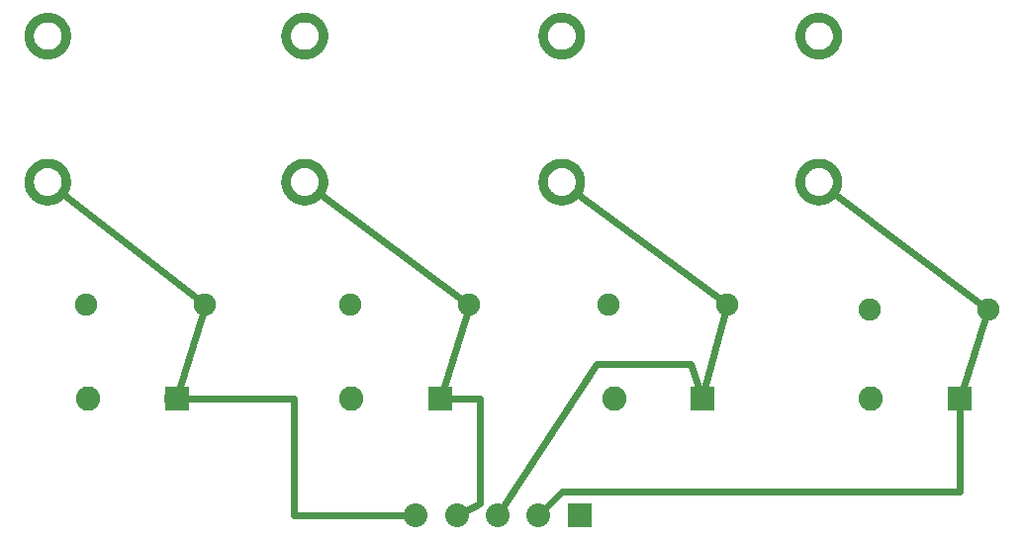
<source format=gtl>
G04 MADE WITH FRITZING*
G04 WWW.FRITZING.ORG*
G04 DOUBLE SIDED*
G04 HOLES PLATED*
G04 CONTOUR ON CENTER OF CONTOUR VECTOR*
%ASAXBY*%
%FSLAX23Y23*%
%MOIN*%
%OFA0B0*%
%SFA1.0B1.0*%
%ADD10C,0.075000*%
%ADD11C,0.082000*%
%ADD12C,0.080000*%
%ADD13R,0.082000X0.082000*%
%ADD14R,0.080000X0.080000*%
%ADD15C,0.024000*%
%ADD16R,0.001000X0.001000*%
%LNCOPPER1*%
G90*
G70*
G54D10*
X328Y820D03*
X728Y820D03*
X1217Y820D03*
X1617Y820D03*
X2088Y820D03*
X2488Y820D03*
X2966Y805D03*
X3366Y805D03*
G54D11*
X631Y505D03*
X333Y505D03*
X1519Y505D03*
X1221Y505D03*
X3269Y505D03*
X2971Y505D03*
X2403Y505D03*
X2105Y505D03*
G54D12*
X1989Y111D03*
X1851Y111D03*
X1714Y111D03*
X1576Y111D03*
X1438Y111D03*
G54D13*
X632Y505D03*
X1520Y505D03*
X3270Y505D03*
X2404Y505D03*
G54D14*
X1989Y111D03*
G54D15*
X1529Y535D02*
X1609Y792D01*
D02*
X640Y535D02*
X720Y792D01*
D02*
X3279Y535D02*
X3357Y777D01*
D02*
X2477Y784D02*
X2480Y792D01*
D02*
X2411Y536D02*
X2477Y784D01*
D02*
X3343Y822D02*
X2856Y1188D01*
D02*
X2465Y837D02*
X1990Y1189D01*
D02*
X1594Y837D02*
X1123Y1189D01*
D02*
X706Y837D02*
X256Y1187D01*
D02*
X1026Y110D02*
X1026Y504D01*
D02*
X1026Y504D02*
X663Y505D01*
D02*
X1407Y111D02*
X1026Y110D01*
D02*
X1654Y150D02*
X1654Y504D01*
D02*
X1654Y504D02*
X1552Y505D01*
D02*
X1604Y125D02*
X1654Y150D01*
D02*
X2362Y621D02*
X2392Y535D01*
D02*
X2048Y621D02*
X2362Y621D01*
D02*
X1731Y137D02*
X2048Y621D01*
D02*
X3270Y190D02*
X1931Y190D01*
D02*
X1931Y190D02*
X1873Y133D01*
D02*
X3269Y473D02*
X3270Y190D01*
G54D16*
X189Y1804D02*
X206Y1804D01*
X1055Y1804D02*
X1072Y1804D01*
X1921Y1804D02*
X1938Y1804D01*
X2787Y1804D02*
X2804Y1804D01*
X182Y1803D02*
X212Y1803D01*
X1048Y1803D02*
X1078Y1803D01*
X1914Y1803D02*
X1944Y1803D01*
X2780Y1803D02*
X2810Y1803D01*
X178Y1802D02*
X216Y1802D01*
X1044Y1802D02*
X1082Y1802D01*
X1910Y1802D02*
X1948Y1802D01*
X2776Y1802D02*
X2814Y1802D01*
X174Y1801D02*
X220Y1801D01*
X1040Y1801D02*
X1086Y1801D01*
X1906Y1801D02*
X1952Y1801D01*
X2772Y1801D02*
X2818Y1801D01*
X172Y1800D02*
X223Y1800D01*
X1038Y1800D02*
X1089Y1800D01*
X1903Y1800D02*
X1955Y1800D01*
X2769Y1800D02*
X2821Y1800D01*
X169Y1799D02*
X226Y1799D01*
X1035Y1799D02*
X1092Y1799D01*
X1901Y1799D02*
X1958Y1799D01*
X2767Y1799D02*
X2824Y1799D01*
X166Y1798D02*
X228Y1798D01*
X1032Y1798D02*
X1094Y1798D01*
X1898Y1798D02*
X1960Y1798D01*
X2764Y1798D02*
X2826Y1798D01*
X164Y1797D02*
X230Y1797D01*
X1030Y1797D02*
X1096Y1797D01*
X1896Y1797D02*
X1962Y1797D01*
X2762Y1797D02*
X2828Y1797D01*
X162Y1796D02*
X232Y1796D01*
X1028Y1796D02*
X1098Y1796D01*
X1894Y1796D02*
X1964Y1796D01*
X2760Y1796D02*
X2830Y1796D01*
X160Y1795D02*
X234Y1795D01*
X1026Y1795D02*
X1100Y1795D01*
X1892Y1795D02*
X1966Y1795D01*
X2758Y1795D02*
X2832Y1795D01*
X159Y1794D02*
X236Y1794D01*
X1025Y1794D02*
X1102Y1794D01*
X1890Y1794D02*
X1968Y1794D01*
X2756Y1794D02*
X2834Y1794D01*
X157Y1793D02*
X238Y1793D01*
X1023Y1793D02*
X1104Y1793D01*
X1889Y1793D02*
X1970Y1793D01*
X2755Y1793D02*
X2836Y1793D01*
X155Y1792D02*
X239Y1792D01*
X1021Y1792D02*
X1105Y1792D01*
X1887Y1792D02*
X1971Y1792D01*
X2753Y1792D02*
X2837Y1792D01*
X154Y1791D02*
X241Y1791D01*
X1020Y1791D02*
X1107Y1791D01*
X1886Y1791D02*
X1973Y1791D01*
X2752Y1791D02*
X2839Y1791D01*
X152Y1790D02*
X242Y1790D01*
X1018Y1790D02*
X1108Y1790D01*
X1884Y1790D02*
X1974Y1790D01*
X2750Y1790D02*
X2840Y1790D01*
X151Y1789D02*
X244Y1789D01*
X1017Y1789D02*
X1110Y1789D01*
X1883Y1789D02*
X1976Y1789D01*
X2749Y1789D02*
X2841Y1789D01*
X150Y1788D02*
X245Y1788D01*
X1016Y1788D02*
X1111Y1788D01*
X1882Y1788D02*
X1977Y1788D01*
X2748Y1788D02*
X2843Y1788D01*
X148Y1787D02*
X246Y1787D01*
X1014Y1787D02*
X1112Y1787D01*
X1880Y1787D02*
X1978Y1787D01*
X2746Y1787D02*
X2844Y1787D01*
X147Y1786D02*
X248Y1786D01*
X1013Y1786D02*
X1113Y1786D01*
X1879Y1786D02*
X1979Y1786D01*
X2745Y1786D02*
X2845Y1786D01*
X146Y1785D02*
X249Y1785D01*
X1012Y1785D02*
X1115Y1785D01*
X1878Y1785D02*
X1981Y1785D01*
X2744Y1785D02*
X2847Y1785D01*
X145Y1784D02*
X250Y1784D01*
X1011Y1784D02*
X1116Y1784D01*
X1877Y1784D02*
X1982Y1784D01*
X2743Y1784D02*
X2848Y1784D01*
X144Y1783D02*
X251Y1783D01*
X1010Y1783D02*
X1117Y1783D01*
X1876Y1783D02*
X1983Y1783D01*
X2742Y1783D02*
X2849Y1783D01*
X143Y1782D02*
X252Y1782D01*
X1009Y1782D02*
X1118Y1782D01*
X1875Y1782D02*
X1984Y1782D01*
X2741Y1782D02*
X2850Y1782D01*
X142Y1781D02*
X253Y1781D01*
X1008Y1781D02*
X1119Y1781D01*
X1874Y1781D02*
X1985Y1781D01*
X2740Y1781D02*
X2851Y1781D01*
X141Y1780D02*
X254Y1780D01*
X1007Y1780D02*
X1120Y1780D01*
X1873Y1780D02*
X1986Y1780D01*
X2739Y1780D02*
X2852Y1780D01*
X140Y1779D02*
X255Y1779D01*
X1006Y1779D02*
X1121Y1779D01*
X1872Y1779D02*
X1987Y1779D01*
X2738Y1779D02*
X2853Y1779D01*
X139Y1778D02*
X256Y1778D01*
X1005Y1778D02*
X1122Y1778D01*
X1871Y1778D02*
X1988Y1778D01*
X2737Y1778D02*
X2854Y1778D01*
X138Y1777D02*
X257Y1777D01*
X1004Y1777D02*
X1123Y1777D01*
X1870Y1777D02*
X1988Y1777D01*
X2736Y1777D02*
X2854Y1777D01*
X137Y1776D02*
X257Y1776D01*
X1003Y1776D02*
X1123Y1776D01*
X1869Y1776D02*
X1989Y1776D01*
X2735Y1776D02*
X2855Y1776D01*
X136Y1775D02*
X258Y1775D01*
X1002Y1775D02*
X1124Y1775D01*
X1868Y1775D02*
X1990Y1775D01*
X2734Y1775D02*
X2856Y1775D01*
X136Y1774D02*
X259Y1774D01*
X1002Y1774D02*
X1125Y1774D01*
X1868Y1774D02*
X1991Y1774D01*
X2734Y1774D02*
X2857Y1774D01*
X135Y1773D02*
X260Y1773D01*
X1001Y1773D02*
X1126Y1773D01*
X1867Y1773D02*
X1992Y1773D01*
X2733Y1773D02*
X2858Y1773D01*
X134Y1772D02*
X188Y1772D01*
X206Y1772D02*
X260Y1772D01*
X1000Y1772D02*
X1054Y1772D01*
X1072Y1772D02*
X1126Y1772D01*
X1866Y1772D02*
X1920Y1772D01*
X1938Y1772D02*
X1992Y1772D01*
X2732Y1772D02*
X2786Y1772D01*
X2804Y1772D02*
X2858Y1772D01*
X133Y1771D02*
X184Y1771D01*
X211Y1771D02*
X261Y1771D01*
X999Y1771D02*
X1050Y1771D01*
X1077Y1771D02*
X1127Y1771D01*
X1865Y1771D02*
X1916Y1771D01*
X1942Y1771D02*
X1993Y1771D01*
X2731Y1771D02*
X2782Y1771D01*
X2808Y1771D02*
X2859Y1771D01*
X133Y1770D02*
X181Y1770D01*
X214Y1770D02*
X262Y1770D01*
X999Y1770D02*
X1047Y1770D01*
X1079Y1770D02*
X1128Y1770D01*
X1865Y1770D02*
X1913Y1770D01*
X1945Y1770D02*
X1994Y1770D01*
X2731Y1770D02*
X2779Y1770D01*
X2811Y1770D02*
X2860Y1770D01*
X132Y1769D02*
X178Y1769D01*
X216Y1769D02*
X263Y1769D01*
X998Y1769D02*
X1044Y1769D01*
X1082Y1769D02*
X1129Y1769D01*
X1864Y1769D02*
X1910Y1769D01*
X1948Y1769D02*
X1994Y1769D01*
X2730Y1769D02*
X2776Y1769D01*
X2814Y1769D02*
X2860Y1769D01*
X131Y1768D02*
X176Y1768D01*
X218Y1768D02*
X263Y1768D01*
X997Y1768D02*
X1042Y1768D01*
X1084Y1768D02*
X1129Y1768D01*
X1863Y1768D02*
X1908Y1768D01*
X1950Y1768D02*
X1995Y1768D01*
X2729Y1768D02*
X2774Y1768D01*
X2816Y1768D02*
X2861Y1768D01*
X131Y1767D02*
X174Y1767D01*
X220Y1767D02*
X264Y1767D01*
X997Y1767D02*
X1040Y1767D01*
X1086Y1767D02*
X1130Y1767D01*
X1863Y1767D02*
X1906Y1767D01*
X1952Y1767D02*
X1996Y1767D01*
X2729Y1767D02*
X2772Y1767D01*
X2818Y1767D02*
X2862Y1767D01*
X130Y1766D02*
X173Y1766D01*
X222Y1766D02*
X264Y1766D01*
X996Y1766D02*
X1039Y1766D01*
X1088Y1766D02*
X1130Y1766D01*
X1862Y1766D02*
X1904Y1766D01*
X1954Y1766D02*
X1996Y1766D01*
X2728Y1766D02*
X2770Y1766D01*
X2820Y1766D02*
X2862Y1766D01*
X130Y1765D02*
X171Y1765D01*
X224Y1765D02*
X265Y1765D01*
X996Y1765D02*
X1037Y1765D01*
X1090Y1765D02*
X1131Y1765D01*
X1862Y1765D02*
X1903Y1765D01*
X1956Y1765D02*
X1997Y1765D01*
X2727Y1765D02*
X2769Y1765D01*
X2822Y1765D02*
X2863Y1765D01*
X129Y1764D02*
X170Y1764D01*
X225Y1764D02*
X266Y1764D01*
X995Y1764D02*
X1035Y1764D01*
X1091Y1764D02*
X1132Y1764D01*
X1861Y1764D02*
X1901Y1764D01*
X1957Y1764D02*
X1998Y1764D01*
X2727Y1764D02*
X2767Y1764D01*
X2823Y1764D02*
X2863Y1764D01*
X128Y1763D02*
X168Y1763D01*
X226Y1763D02*
X266Y1763D01*
X994Y1763D02*
X1034Y1763D01*
X1092Y1763D02*
X1132Y1763D01*
X1860Y1763D02*
X1900Y1763D01*
X1958Y1763D02*
X1998Y1763D01*
X2726Y1763D02*
X2766Y1763D01*
X2824Y1763D02*
X2864Y1763D01*
X128Y1762D02*
X167Y1762D01*
X228Y1762D02*
X267Y1762D01*
X994Y1762D02*
X1033Y1762D01*
X1094Y1762D02*
X1133Y1762D01*
X1860Y1762D02*
X1899Y1762D01*
X1960Y1762D02*
X1999Y1762D01*
X2726Y1762D02*
X2765Y1762D01*
X2826Y1762D02*
X2865Y1762D01*
X127Y1761D02*
X166Y1761D01*
X229Y1761D02*
X267Y1761D01*
X993Y1761D02*
X1032Y1761D01*
X1095Y1761D02*
X1133Y1761D01*
X1859Y1761D02*
X1898Y1761D01*
X1961Y1761D02*
X1999Y1761D01*
X2725Y1761D02*
X2764Y1761D01*
X2827Y1761D02*
X2865Y1761D01*
X127Y1760D02*
X165Y1760D01*
X230Y1760D02*
X268Y1760D01*
X993Y1760D02*
X1031Y1760D01*
X1096Y1760D02*
X1134Y1760D01*
X1859Y1760D02*
X1897Y1760D01*
X1962Y1760D02*
X2000Y1760D01*
X2725Y1760D02*
X2763Y1760D01*
X2828Y1760D02*
X2866Y1760D01*
X126Y1759D02*
X164Y1759D01*
X231Y1759D02*
X268Y1759D01*
X992Y1759D02*
X1030Y1759D01*
X1097Y1759D02*
X1134Y1759D01*
X1858Y1759D02*
X1896Y1759D01*
X1963Y1759D02*
X2000Y1759D01*
X2724Y1759D02*
X2762Y1759D01*
X2829Y1759D02*
X2866Y1759D01*
X126Y1758D02*
X163Y1758D01*
X232Y1758D02*
X269Y1758D01*
X992Y1758D02*
X1029Y1758D01*
X1098Y1758D02*
X1135Y1758D01*
X1858Y1758D02*
X1895Y1758D01*
X1964Y1758D02*
X2001Y1758D01*
X2724Y1758D02*
X2761Y1758D01*
X2830Y1758D02*
X2866Y1758D01*
X125Y1757D02*
X162Y1757D01*
X233Y1757D02*
X269Y1757D01*
X991Y1757D02*
X1028Y1757D01*
X1099Y1757D02*
X1135Y1757D01*
X1857Y1757D02*
X1894Y1757D01*
X1965Y1757D02*
X2001Y1757D01*
X2723Y1757D02*
X2760Y1757D01*
X2831Y1757D02*
X2867Y1757D01*
X125Y1756D02*
X161Y1756D01*
X234Y1756D02*
X270Y1756D01*
X991Y1756D02*
X1027Y1756D01*
X1100Y1756D02*
X1135Y1756D01*
X1857Y1756D02*
X1893Y1756D01*
X1966Y1756D02*
X2001Y1756D01*
X2723Y1756D02*
X2759Y1756D01*
X2832Y1756D02*
X2867Y1756D01*
X125Y1755D02*
X160Y1755D01*
X235Y1755D02*
X270Y1755D01*
X991Y1755D02*
X1026Y1755D01*
X1100Y1755D02*
X1136Y1755D01*
X1857Y1755D02*
X1892Y1755D01*
X1966Y1755D02*
X2002Y1755D01*
X2723Y1755D02*
X2758Y1755D01*
X2832Y1755D02*
X2868Y1755D01*
X124Y1754D02*
X159Y1754D01*
X235Y1754D02*
X270Y1754D01*
X990Y1754D02*
X1025Y1754D01*
X1101Y1754D02*
X1136Y1754D01*
X1856Y1754D02*
X1891Y1754D01*
X1967Y1754D02*
X2002Y1754D01*
X2722Y1754D02*
X2757Y1754D01*
X2833Y1754D02*
X2868Y1754D01*
X124Y1753D02*
X159Y1753D01*
X236Y1753D02*
X271Y1753D01*
X990Y1753D02*
X1025Y1753D01*
X1102Y1753D02*
X1137Y1753D01*
X1856Y1753D02*
X1890Y1753D01*
X1968Y1753D02*
X2003Y1753D01*
X2722Y1753D02*
X2756Y1753D01*
X2834Y1753D02*
X2868Y1753D01*
X124Y1752D02*
X158Y1752D01*
X237Y1752D02*
X271Y1752D01*
X990Y1752D02*
X1024Y1752D01*
X1103Y1752D02*
X1137Y1752D01*
X1856Y1752D02*
X1890Y1752D01*
X1969Y1752D02*
X2003Y1752D01*
X2721Y1752D02*
X2756Y1752D01*
X2835Y1752D02*
X2869Y1752D01*
X123Y1751D02*
X157Y1751D01*
X237Y1751D02*
X271Y1751D01*
X989Y1751D02*
X1023Y1751D01*
X1103Y1751D02*
X1137Y1751D01*
X1855Y1751D02*
X1889Y1751D01*
X1969Y1751D02*
X2003Y1751D01*
X2721Y1751D02*
X2755Y1751D01*
X2835Y1751D02*
X2869Y1751D01*
X123Y1750D02*
X157Y1750D01*
X238Y1750D02*
X272Y1750D01*
X989Y1750D02*
X1023Y1750D01*
X1104Y1750D02*
X1138Y1750D01*
X1855Y1750D02*
X1889Y1750D01*
X1970Y1750D02*
X2004Y1750D01*
X2721Y1750D02*
X2754Y1750D01*
X2836Y1750D02*
X2870Y1750D01*
X123Y1749D02*
X156Y1749D01*
X239Y1749D02*
X272Y1749D01*
X989Y1749D02*
X1022Y1749D01*
X1105Y1749D02*
X1138Y1749D01*
X1855Y1749D02*
X1888Y1749D01*
X1970Y1749D02*
X2004Y1749D01*
X2720Y1749D02*
X2754Y1749D01*
X2836Y1749D02*
X2870Y1749D01*
X122Y1748D02*
X155Y1748D01*
X239Y1748D02*
X272Y1748D01*
X988Y1748D02*
X1021Y1748D01*
X1105Y1748D02*
X1138Y1748D01*
X1854Y1748D02*
X1887Y1748D01*
X1971Y1748D02*
X2004Y1748D01*
X2720Y1748D02*
X2753Y1748D01*
X2837Y1748D02*
X2870Y1748D01*
X122Y1747D02*
X155Y1747D01*
X240Y1747D02*
X273Y1747D01*
X988Y1747D02*
X1021Y1747D01*
X1106Y1747D02*
X1138Y1747D01*
X1854Y1747D02*
X1887Y1747D01*
X1972Y1747D02*
X2004Y1747D01*
X2720Y1747D02*
X2753Y1747D01*
X2837Y1747D02*
X2870Y1747D01*
X122Y1746D02*
X155Y1746D01*
X240Y1746D02*
X273Y1746D01*
X988Y1746D02*
X1020Y1746D01*
X1106Y1746D02*
X1139Y1746D01*
X1854Y1746D02*
X1886Y1746D01*
X1972Y1746D02*
X2005Y1746D01*
X2720Y1746D02*
X2752Y1746D01*
X2838Y1746D02*
X2871Y1746D01*
X122Y1745D02*
X154Y1745D01*
X241Y1745D02*
X273Y1745D01*
X988Y1745D02*
X1020Y1745D01*
X1107Y1745D02*
X1139Y1745D01*
X1853Y1745D02*
X1886Y1745D01*
X1972Y1745D02*
X2005Y1745D01*
X2719Y1745D02*
X2752Y1745D01*
X2838Y1745D02*
X2871Y1745D01*
X121Y1744D02*
X154Y1744D01*
X241Y1744D02*
X273Y1744D01*
X987Y1744D02*
X1020Y1744D01*
X1107Y1744D02*
X1139Y1744D01*
X1853Y1744D02*
X1885Y1744D01*
X1973Y1744D02*
X2005Y1744D01*
X2719Y1744D02*
X2751Y1744D01*
X2839Y1744D02*
X2871Y1744D01*
X121Y1743D02*
X153Y1743D01*
X241Y1743D02*
X274Y1743D01*
X987Y1743D02*
X1019Y1743D01*
X1107Y1743D02*
X1139Y1743D01*
X1853Y1743D02*
X1885Y1743D01*
X1973Y1743D02*
X2005Y1743D01*
X2719Y1743D02*
X2751Y1743D01*
X2839Y1743D02*
X2871Y1743D01*
X121Y1742D02*
X153Y1742D01*
X242Y1742D02*
X274Y1742D01*
X987Y1742D02*
X1019Y1742D01*
X1108Y1742D02*
X1140Y1742D01*
X1853Y1742D02*
X1885Y1742D01*
X1974Y1742D02*
X2006Y1742D01*
X2719Y1742D02*
X2751Y1742D01*
X2840Y1742D02*
X2872Y1742D01*
X121Y1741D02*
X152Y1741D01*
X242Y1741D02*
X274Y1741D01*
X987Y1741D02*
X1018Y1741D01*
X1108Y1741D02*
X1140Y1741D01*
X1853Y1741D02*
X1884Y1741D01*
X1974Y1741D02*
X2006Y1741D01*
X2719Y1741D02*
X2750Y1741D01*
X2840Y1741D02*
X2872Y1741D01*
X120Y1740D02*
X152Y1740D01*
X243Y1740D02*
X274Y1740D01*
X986Y1740D02*
X1018Y1740D01*
X1108Y1740D02*
X1140Y1740D01*
X1852Y1740D02*
X1884Y1740D01*
X1974Y1740D02*
X2006Y1740D01*
X2718Y1740D02*
X2750Y1740D01*
X2840Y1740D02*
X2872Y1740D01*
X120Y1739D02*
X152Y1739D01*
X243Y1739D02*
X274Y1739D01*
X986Y1739D02*
X1018Y1739D01*
X1109Y1739D02*
X1140Y1739D01*
X1852Y1739D02*
X1884Y1739D01*
X1975Y1739D02*
X2006Y1739D01*
X2718Y1739D02*
X2750Y1739D01*
X2841Y1739D02*
X2872Y1739D01*
X120Y1738D02*
X152Y1738D01*
X243Y1738D02*
X274Y1738D01*
X986Y1738D02*
X1017Y1738D01*
X1109Y1738D02*
X1140Y1738D01*
X1852Y1738D02*
X1883Y1738D01*
X1975Y1738D02*
X2006Y1738D01*
X2718Y1738D02*
X2749Y1738D01*
X2841Y1738D02*
X2872Y1738D01*
X120Y1737D02*
X151Y1737D01*
X243Y1737D02*
X275Y1737D01*
X986Y1737D02*
X1017Y1737D01*
X1109Y1737D02*
X1141Y1737D01*
X1852Y1737D02*
X1883Y1737D01*
X1975Y1737D02*
X2006Y1737D01*
X2718Y1737D02*
X2749Y1737D01*
X2841Y1737D02*
X2872Y1737D01*
X120Y1736D02*
X151Y1736D01*
X244Y1736D02*
X275Y1736D01*
X986Y1736D02*
X1017Y1736D01*
X1110Y1736D02*
X1141Y1736D01*
X1852Y1736D02*
X1883Y1736D01*
X1976Y1736D02*
X2007Y1736D01*
X2718Y1736D02*
X2749Y1736D01*
X2841Y1736D02*
X2873Y1736D01*
X120Y1735D02*
X151Y1735D01*
X244Y1735D02*
X275Y1735D01*
X986Y1735D02*
X1017Y1735D01*
X1110Y1735D02*
X1141Y1735D01*
X1852Y1735D02*
X1883Y1735D01*
X1976Y1735D02*
X2007Y1735D01*
X2718Y1735D02*
X2749Y1735D01*
X2842Y1735D02*
X2873Y1735D01*
X120Y1734D02*
X151Y1734D01*
X244Y1734D02*
X275Y1734D01*
X985Y1734D02*
X1017Y1734D01*
X1110Y1734D02*
X1141Y1734D01*
X1851Y1734D02*
X1883Y1734D01*
X1976Y1734D02*
X2007Y1734D01*
X2717Y1734D02*
X2748Y1734D01*
X2842Y1734D02*
X2873Y1734D01*
X119Y1733D02*
X150Y1733D01*
X244Y1733D02*
X275Y1733D01*
X985Y1733D02*
X1016Y1733D01*
X1110Y1733D02*
X1141Y1733D01*
X1851Y1733D02*
X1882Y1733D01*
X1976Y1733D02*
X2007Y1733D01*
X2717Y1733D02*
X2748Y1733D01*
X2842Y1733D02*
X2873Y1733D01*
X119Y1732D02*
X150Y1732D01*
X244Y1732D02*
X275Y1732D01*
X985Y1732D02*
X1016Y1732D01*
X1110Y1732D02*
X1141Y1732D01*
X1851Y1732D02*
X1882Y1732D01*
X1976Y1732D02*
X2007Y1732D01*
X2717Y1732D02*
X2748Y1732D01*
X2842Y1732D02*
X2873Y1732D01*
X119Y1731D02*
X150Y1731D01*
X244Y1731D02*
X275Y1731D01*
X985Y1731D02*
X1016Y1731D01*
X1110Y1731D02*
X1141Y1731D01*
X1851Y1731D02*
X1882Y1731D01*
X1976Y1731D02*
X2007Y1731D01*
X2717Y1731D02*
X2748Y1731D01*
X2842Y1731D02*
X2873Y1731D01*
X119Y1730D02*
X150Y1730D01*
X244Y1730D02*
X275Y1730D01*
X985Y1730D02*
X1016Y1730D01*
X1110Y1730D02*
X1141Y1730D01*
X1851Y1730D02*
X1882Y1730D01*
X1976Y1730D02*
X2007Y1730D01*
X2717Y1730D02*
X2748Y1730D01*
X2842Y1730D02*
X2873Y1730D01*
X119Y1729D02*
X150Y1729D01*
X245Y1729D02*
X275Y1729D01*
X985Y1729D02*
X1016Y1729D01*
X1110Y1729D02*
X1141Y1729D01*
X1851Y1729D02*
X1882Y1729D01*
X1976Y1729D02*
X2007Y1729D01*
X2717Y1729D02*
X2748Y1729D01*
X2842Y1729D02*
X2873Y1729D01*
X119Y1728D02*
X150Y1728D01*
X245Y1728D02*
X275Y1728D01*
X985Y1728D02*
X1016Y1728D01*
X1111Y1728D02*
X1141Y1728D01*
X1851Y1728D02*
X1882Y1728D01*
X1976Y1728D02*
X2007Y1728D01*
X2717Y1728D02*
X2748Y1728D01*
X2842Y1728D02*
X2873Y1728D01*
X119Y1727D02*
X150Y1727D01*
X245Y1727D02*
X275Y1727D01*
X985Y1727D02*
X1016Y1727D01*
X1111Y1727D02*
X1141Y1727D01*
X1851Y1727D02*
X1882Y1727D01*
X1977Y1727D02*
X2007Y1727D01*
X2717Y1727D02*
X2748Y1727D01*
X2842Y1727D02*
X2873Y1727D01*
X119Y1726D02*
X150Y1726D01*
X245Y1726D02*
X276Y1726D01*
X985Y1726D02*
X1016Y1726D01*
X1111Y1726D02*
X1141Y1726D01*
X1851Y1726D02*
X1882Y1726D01*
X1977Y1726D02*
X2007Y1726D01*
X2717Y1726D02*
X2748Y1726D01*
X2843Y1726D02*
X2873Y1726D01*
X119Y1725D02*
X150Y1725D01*
X245Y1725D02*
X276Y1725D01*
X985Y1725D02*
X1016Y1725D01*
X1111Y1725D02*
X1141Y1725D01*
X1851Y1725D02*
X1882Y1725D01*
X1977Y1725D02*
X2007Y1725D01*
X2717Y1725D02*
X2748Y1725D01*
X2842Y1725D02*
X2873Y1725D01*
X119Y1724D02*
X150Y1724D01*
X245Y1724D02*
X275Y1724D01*
X985Y1724D02*
X1016Y1724D01*
X1111Y1724D02*
X1141Y1724D01*
X1851Y1724D02*
X1882Y1724D01*
X1976Y1724D02*
X2007Y1724D01*
X2717Y1724D02*
X2748Y1724D01*
X2842Y1724D02*
X2873Y1724D01*
X119Y1723D02*
X150Y1723D01*
X245Y1723D02*
X275Y1723D01*
X985Y1723D02*
X1016Y1723D01*
X1110Y1723D02*
X1141Y1723D01*
X1851Y1723D02*
X1882Y1723D01*
X1976Y1723D02*
X2007Y1723D01*
X2717Y1723D02*
X2748Y1723D01*
X2842Y1723D02*
X2873Y1723D01*
X119Y1722D02*
X150Y1722D01*
X244Y1722D02*
X275Y1722D01*
X985Y1722D02*
X1016Y1722D01*
X1110Y1722D02*
X1141Y1722D01*
X1851Y1722D02*
X1882Y1722D01*
X1976Y1722D02*
X2007Y1722D01*
X2717Y1722D02*
X2748Y1722D01*
X2842Y1722D02*
X2873Y1722D01*
X119Y1721D02*
X150Y1721D01*
X244Y1721D02*
X275Y1721D01*
X985Y1721D02*
X1016Y1721D01*
X1110Y1721D02*
X1141Y1721D01*
X1851Y1721D02*
X1882Y1721D01*
X1976Y1721D02*
X2007Y1721D01*
X2717Y1721D02*
X2748Y1721D01*
X2842Y1721D02*
X2873Y1721D01*
X119Y1720D02*
X150Y1720D01*
X244Y1720D02*
X275Y1720D01*
X985Y1720D02*
X1016Y1720D01*
X1110Y1720D02*
X1141Y1720D01*
X1851Y1720D02*
X1882Y1720D01*
X1976Y1720D02*
X2007Y1720D01*
X2717Y1720D02*
X2748Y1720D01*
X2842Y1720D02*
X2873Y1720D01*
X119Y1719D02*
X150Y1719D01*
X244Y1719D02*
X275Y1719D01*
X985Y1719D02*
X1016Y1719D01*
X1110Y1719D02*
X1141Y1719D01*
X1851Y1719D02*
X1882Y1719D01*
X1976Y1719D02*
X2007Y1719D01*
X2717Y1719D02*
X2748Y1719D01*
X2842Y1719D02*
X2873Y1719D01*
X120Y1718D02*
X151Y1718D01*
X244Y1718D02*
X275Y1718D01*
X985Y1718D02*
X1017Y1718D01*
X1110Y1718D02*
X1141Y1718D01*
X1851Y1718D02*
X1883Y1718D01*
X1976Y1718D02*
X2007Y1718D01*
X2717Y1718D02*
X2748Y1718D01*
X2842Y1718D02*
X2873Y1718D01*
X120Y1717D02*
X151Y1717D01*
X244Y1717D02*
X275Y1717D01*
X986Y1717D02*
X1017Y1717D01*
X1110Y1717D02*
X1141Y1717D01*
X1852Y1717D02*
X1883Y1717D01*
X1976Y1717D02*
X2007Y1717D01*
X2718Y1717D02*
X2749Y1717D01*
X2842Y1717D02*
X2873Y1717D01*
X120Y1716D02*
X151Y1716D01*
X244Y1716D02*
X275Y1716D01*
X986Y1716D02*
X1017Y1716D01*
X1110Y1716D02*
X1141Y1716D01*
X1852Y1716D02*
X1883Y1716D01*
X1976Y1716D02*
X2007Y1716D01*
X2718Y1716D02*
X2749Y1716D01*
X2842Y1716D02*
X2873Y1716D01*
X120Y1715D02*
X151Y1715D01*
X243Y1715D02*
X275Y1715D01*
X986Y1715D02*
X1017Y1715D01*
X1109Y1715D02*
X1141Y1715D01*
X1852Y1715D02*
X1883Y1715D01*
X1975Y1715D02*
X2007Y1715D01*
X2718Y1715D02*
X2749Y1715D01*
X2841Y1715D02*
X2872Y1715D01*
X120Y1714D02*
X151Y1714D01*
X243Y1714D02*
X274Y1714D01*
X986Y1714D02*
X1017Y1714D01*
X1109Y1714D02*
X1140Y1714D01*
X1852Y1714D02*
X1883Y1714D01*
X1975Y1714D02*
X2006Y1714D01*
X2718Y1714D02*
X2749Y1714D01*
X2841Y1714D02*
X2872Y1714D01*
X120Y1713D02*
X152Y1713D01*
X243Y1713D02*
X274Y1713D01*
X986Y1713D02*
X1018Y1713D01*
X1109Y1713D02*
X1140Y1713D01*
X1852Y1713D02*
X1884Y1713D01*
X1975Y1713D02*
X2006Y1713D01*
X2718Y1713D02*
X2750Y1713D01*
X2841Y1713D02*
X2872Y1713D01*
X120Y1712D02*
X152Y1712D01*
X243Y1712D02*
X274Y1712D01*
X986Y1712D02*
X1018Y1712D01*
X1109Y1712D02*
X1140Y1712D01*
X1852Y1712D02*
X1884Y1712D01*
X1974Y1712D02*
X2006Y1712D01*
X2718Y1712D02*
X2750Y1712D01*
X2840Y1712D02*
X2872Y1712D01*
X121Y1711D02*
X152Y1711D01*
X242Y1711D02*
X274Y1711D01*
X987Y1711D02*
X1018Y1711D01*
X1108Y1711D02*
X1140Y1711D01*
X1853Y1711D02*
X1884Y1711D01*
X1974Y1711D02*
X2006Y1711D01*
X2718Y1711D02*
X2750Y1711D01*
X2840Y1711D02*
X2872Y1711D01*
X121Y1710D02*
X153Y1710D01*
X242Y1710D02*
X274Y1710D01*
X987Y1710D02*
X1019Y1710D01*
X1108Y1710D02*
X1140Y1710D01*
X1853Y1710D02*
X1885Y1710D01*
X1974Y1710D02*
X2006Y1710D01*
X2719Y1710D02*
X2751Y1710D01*
X2840Y1710D02*
X2872Y1710D01*
X121Y1709D02*
X153Y1709D01*
X241Y1709D02*
X274Y1709D01*
X987Y1709D02*
X1019Y1709D01*
X1107Y1709D02*
X1140Y1709D01*
X1853Y1709D02*
X1885Y1709D01*
X1973Y1709D02*
X2005Y1709D01*
X2719Y1709D02*
X2751Y1709D01*
X2839Y1709D02*
X2871Y1709D01*
X121Y1708D02*
X154Y1708D01*
X241Y1708D02*
X273Y1708D01*
X987Y1708D02*
X1019Y1708D01*
X1107Y1708D02*
X1139Y1708D01*
X1853Y1708D02*
X1885Y1708D01*
X1973Y1708D02*
X2005Y1708D01*
X2719Y1708D02*
X2751Y1708D01*
X2839Y1708D02*
X2871Y1708D01*
X122Y1707D02*
X154Y1707D01*
X241Y1707D02*
X273Y1707D01*
X987Y1707D02*
X1020Y1707D01*
X1107Y1707D02*
X1139Y1707D01*
X1853Y1707D02*
X1886Y1707D01*
X1973Y1707D02*
X2005Y1707D01*
X2719Y1707D02*
X2752Y1707D01*
X2839Y1707D02*
X2871Y1707D01*
X122Y1706D02*
X154Y1706D01*
X240Y1706D02*
X273Y1706D01*
X988Y1706D02*
X1020Y1706D01*
X1106Y1706D02*
X1139Y1706D01*
X1854Y1706D02*
X1886Y1706D01*
X1972Y1706D02*
X2005Y1706D01*
X2720Y1706D02*
X2752Y1706D01*
X2838Y1706D02*
X2871Y1706D01*
X122Y1705D02*
X155Y1705D01*
X240Y1705D02*
X273Y1705D01*
X988Y1705D02*
X1021Y1705D01*
X1106Y1705D02*
X1139Y1705D01*
X1854Y1705D02*
X1887Y1705D01*
X1972Y1705D02*
X2004Y1705D01*
X2720Y1705D02*
X2753Y1705D01*
X2838Y1705D02*
X2870Y1705D01*
X122Y1704D02*
X155Y1704D01*
X239Y1704D02*
X272Y1704D01*
X988Y1704D02*
X1021Y1704D01*
X1105Y1704D02*
X1138Y1704D01*
X1854Y1704D02*
X1887Y1704D01*
X1971Y1704D02*
X2004Y1704D01*
X2720Y1704D02*
X2753Y1704D01*
X2837Y1704D02*
X2870Y1704D01*
X123Y1703D02*
X156Y1703D01*
X239Y1703D02*
X272Y1703D01*
X988Y1703D02*
X1022Y1703D01*
X1105Y1703D02*
X1138Y1703D01*
X1854Y1703D02*
X1888Y1703D01*
X1971Y1703D02*
X2004Y1703D01*
X2720Y1703D02*
X2754Y1703D01*
X2837Y1703D02*
X2870Y1703D01*
X123Y1702D02*
X156Y1702D01*
X238Y1702D02*
X272Y1702D01*
X989Y1702D02*
X1022Y1702D01*
X1104Y1702D02*
X1138Y1702D01*
X1855Y1702D02*
X1888Y1702D01*
X1970Y1702D02*
X2004Y1702D01*
X2721Y1702D02*
X2754Y1702D01*
X2836Y1702D02*
X2870Y1702D01*
X123Y1701D02*
X157Y1701D01*
X238Y1701D02*
X271Y1701D01*
X989Y1701D02*
X1023Y1701D01*
X1103Y1701D02*
X1137Y1701D01*
X1855Y1701D02*
X1889Y1701D01*
X1969Y1701D02*
X2003Y1701D01*
X2721Y1701D02*
X2755Y1701D01*
X2835Y1701D02*
X2869Y1701D01*
X124Y1700D02*
X158Y1700D01*
X237Y1700D02*
X271Y1700D01*
X990Y1700D02*
X1024Y1700D01*
X1103Y1700D02*
X1137Y1700D01*
X1855Y1700D02*
X1890Y1700D01*
X1969Y1700D02*
X2003Y1700D01*
X2721Y1700D02*
X2756Y1700D01*
X2835Y1700D02*
X2869Y1700D01*
X124Y1699D02*
X158Y1699D01*
X236Y1699D02*
X271Y1699D01*
X990Y1699D02*
X1024Y1699D01*
X1102Y1699D02*
X1137Y1699D01*
X1856Y1699D02*
X1890Y1699D01*
X1968Y1699D02*
X2003Y1699D01*
X2722Y1699D02*
X2756Y1699D01*
X2834Y1699D02*
X2869Y1699D01*
X124Y1698D02*
X159Y1698D01*
X235Y1698D02*
X270Y1698D01*
X990Y1698D02*
X1025Y1698D01*
X1101Y1698D02*
X1136Y1698D01*
X1856Y1698D02*
X1891Y1698D01*
X1967Y1698D02*
X2002Y1698D01*
X2722Y1698D02*
X2757Y1698D01*
X2833Y1698D02*
X2868Y1698D01*
X125Y1697D02*
X160Y1697D01*
X235Y1697D02*
X270Y1697D01*
X991Y1697D02*
X1026Y1697D01*
X1101Y1697D02*
X1136Y1697D01*
X1857Y1697D02*
X1892Y1697D01*
X1967Y1697D02*
X2002Y1697D01*
X2723Y1697D02*
X2758Y1697D01*
X2833Y1697D02*
X2868Y1697D01*
X125Y1696D02*
X161Y1696D01*
X234Y1696D02*
X270Y1696D01*
X991Y1696D02*
X1027Y1696D01*
X1100Y1696D02*
X1136Y1696D01*
X1857Y1696D02*
X1893Y1696D01*
X1966Y1696D02*
X2002Y1696D01*
X2723Y1696D02*
X2759Y1696D01*
X2832Y1696D02*
X2867Y1696D01*
X125Y1695D02*
X162Y1695D01*
X233Y1695D02*
X269Y1695D01*
X991Y1695D02*
X1028Y1695D01*
X1099Y1695D02*
X1135Y1695D01*
X1857Y1695D02*
X1894Y1695D01*
X1965Y1695D02*
X2001Y1695D01*
X2723Y1695D02*
X2760Y1695D01*
X2831Y1695D02*
X2867Y1695D01*
X126Y1694D02*
X163Y1694D01*
X232Y1694D02*
X269Y1694D01*
X992Y1694D02*
X1029Y1694D01*
X1098Y1694D02*
X1135Y1694D01*
X1858Y1694D02*
X1894Y1694D01*
X1964Y1694D02*
X2001Y1694D01*
X2724Y1694D02*
X2760Y1694D01*
X2830Y1694D02*
X2867Y1694D01*
X126Y1693D02*
X163Y1693D01*
X231Y1693D02*
X268Y1693D01*
X992Y1693D02*
X1029Y1693D01*
X1097Y1693D02*
X1134Y1693D01*
X1858Y1693D02*
X1895Y1693D01*
X1963Y1693D02*
X2000Y1693D01*
X2724Y1693D02*
X2761Y1693D01*
X2829Y1693D02*
X2866Y1693D01*
X127Y1692D02*
X165Y1692D01*
X230Y1692D02*
X268Y1692D01*
X993Y1692D02*
X1030Y1692D01*
X1096Y1692D02*
X1134Y1692D01*
X1859Y1692D02*
X1896Y1692D01*
X1962Y1692D02*
X2000Y1692D01*
X2725Y1692D02*
X2762Y1692D01*
X2828Y1692D02*
X2866Y1692D01*
X127Y1691D02*
X166Y1691D01*
X229Y1691D02*
X267Y1691D01*
X993Y1691D02*
X1032Y1691D01*
X1095Y1691D02*
X1133Y1691D01*
X1859Y1691D02*
X1898Y1691D01*
X1961Y1691D02*
X1999Y1691D01*
X2725Y1691D02*
X2763Y1691D01*
X2827Y1691D02*
X2865Y1691D01*
X128Y1690D02*
X167Y1690D01*
X228Y1690D02*
X267Y1690D01*
X994Y1690D02*
X1033Y1690D01*
X1094Y1690D02*
X1133Y1690D01*
X1860Y1690D02*
X1899Y1690D01*
X1960Y1690D02*
X1999Y1690D01*
X2726Y1690D02*
X2765Y1690D01*
X2826Y1690D02*
X2865Y1690D01*
X128Y1689D02*
X168Y1689D01*
X227Y1689D02*
X266Y1689D01*
X994Y1689D02*
X1034Y1689D01*
X1093Y1689D02*
X1132Y1689D01*
X1860Y1689D02*
X1900Y1689D01*
X1959Y1689D02*
X1998Y1689D01*
X2726Y1689D02*
X2766Y1689D01*
X2825Y1689D02*
X2864Y1689D01*
X129Y1688D02*
X169Y1688D01*
X225Y1688D02*
X266Y1688D01*
X995Y1688D02*
X1035Y1688D01*
X1091Y1688D02*
X1132Y1688D01*
X1861Y1688D02*
X1901Y1688D01*
X1957Y1688D02*
X1998Y1688D01*
X2727Y1688D02*
X2767Y1688D01*
X2823Y1688D02*
X2864Y1688D01*
X129Y1687D02*
X171Y1687D01*
X224Y1687D02*
X265Y1687D01*
X995Y1687D02*
X1037Y1687D01*
X1090Y1687D02*
X1131Y1687D01*
X1861Y1687D02*
X1902Y1687D01*
X1956Y1687D02*
X1997Y1687D01*
X2727Y1687D02*
X2768Y1687D01*
X2822Y1687D02*
X2863Y1687D01*
X130Y1686D02*
X172Y1686D01*
X222Y1686D02*
X265Y1686D01*
X996Y1686D02*
X1038Y1686D01*
X1088Y1686D02*
X1130Y1686D01*
X1862Y1686D02*
X1904Y1686D01*
X1954Y1686D02*
X1996Y1686D01*
X2728Y1686D02*
X2770Y1686D01*
X2820Y1686D02*
X2862Y1686D01*
X131Y1685D02*
X174Y1685D01*
X221Y1685D02*
X264Y1685D01*
X997Y1685D02*
X1040Y1685D01*
X1087Y1685D02*
X1130Y1685D01*
X1863Y1685D02*
X1906Y1685D01*
X1953Y1685D02*
X1996Y1685D01*
X2729Y1685D02*
X2772Y1685D01*
X2819Y1685D02*
X2862Y1685D01*
X131Y1684D02*
X176Y1684D01*
X219Y1684D02*
X263Y1684D01*
X997Y1684D02*
X1042Y1684D01*
X1085Y1684D02*
X1129Y1684D01*
X1863Y1684D02*
X1908Y1684D01*
X1951Y1684D02*
X1995Y1684D01*
X2729Y1684D02*
X2774Y1684D01*
X2817Y1684D02*
X2861Y1684D01*
X132Y1683D02*
X178Y1683D01*
X217Y1683D02*
X263Y1683D01*
X998Y1683D02*
X1044Y1683D01*
X1083Y1683D02*
X1129Y1683D01*
X1864Y1683D02*
X1910Y1683D01*
X1948Y1683D02*
X1995Y1683D01*
X2730Y1683D02*
X2776Y1683D01*
X2814Y1683D02*
X2861Y1683D01*
X133Y1682D02*
X181Y1682D01*
X214Y1682D02*
X262Y1682D01*
X999Y1682D02*
X1046Y1682D01*
X1080Y1682D02*
X1128Y1682D01*
X1864Y1682D02*
X1912Y1682D01*
X1946Y1682D02*
X1994Y1682D01*
X2730Y1682D02*
X2778Y1682D01*
X2812Y1682D02*
X2860Y1682D01*
X133Y1681D02*
X183Y1681D01*
X211Y1681D02*
X261Y1681D01*
X999Y1681D02*
X1049Y1681D01*
X1077Y1681D02*
X1127Y1681D01*
X1865Y1681D02*
X1915Y1681D01*
X1943Y1681D02*
X1993Y1681D01*
X2731Y1681D02*
X2781Y1681D01*
X2809Y1681D02*
X2859Y1681D01*
X134Y1680D02*
X187Y1680D01*
X208Y1680D02*
X261Y1680D01*
X1000Y1680D02*
X1053Y1680D01*
X1073Y1680D02*
X1127Y1680D01*
X1866Y1680D02*
X1919Y1680D01*
X1939Y1680D02*
X1992Y1680D01*
X2732Y1680D02*
X2785Y1680D01*
X2805Y1680D02*
X2858Y1680D01*
X135Y1679D02*
X260Y1679D01*
X1001Y1679D02*
X1126Y1679D01*
X1867Y1679D02*
X1992Y1679D01*
X2733Y1679D02*
X2858Y1679D01*
X136Y1678D02*
X259Y1678D01*
X1001Y1678D02*
X1125Y1678D01*
X1867Y1678D02*
X1991Y1678D01*
X2733Y1678D02*
X2857Y1678D01*
X136Y1677D02*
X258Y1677D01*
X1002Y1677D02*
X1124Y1677D01*
X1868Y1677D02*
X1990Y1677D01*
X2734Y1677D02*
X2856Y1677D01*
X137Y1676D02*
X258Y1676D01*
X1003Y1676D02*
X1124Y1676D01*
X1869Y1676D02*
X1990Y1676D01*
X2735Y1676D02*
X2855Y1676D01*
X138Y1675D02*
X257Y1675D01*
X1004Y1675D02*
X1123Y1675D01*
X1870Y1675D02*
X1989Y1675D01*
X2736Y1675D02*
X2855Y1675D01*
X139Y1674D02*
X256Y1674D01*
X1005Y1674D02*
X1122Y1674D01*
X1871Y1674D02*
X1988Y1674D01*
X2737Y1674D02*
X2854Y1674D01*
X140Y1673D02*
X255Y1673D01*
X1006Y1673D02*
X1121Y1673D01*
X1872Y1673D02*
X1987Y1673D01*
X2738Y1673D02*
X2853Y1673D01*
X141Y1672D02*
X254Y1672D01*
X1006Y1672D02*
X1120Y1672D01*
X1872Y1672D02*
X1986Y1672D01*
X2738Y1672D02*
X2852Y1672D01*
X141Y1671D02*
X253Y1671D01*
X1007Y1671D02*
X1119Y1671D01*
X1873Y1671D02*
X1985Y1671D01*
X2739Y1671D02*
X2851Y1671D01*
X142Y1670D02*
X252Y1670D01*
X1008Y1670D02*
X1118Y1670D01*
X1874Y1670D02*
X1984Y1670D01*
X2740Y1670D02*
X2850Y1670D01*
X144Y1669D02*
X251Y1669D01*
X1009Y1669D02*
X1117Y1669D01*
X1875Y1669D02*
X1983Y1669D01*
X2741Y1669D02*
X2849Y1669D01*
X145Y1668D02*
X250Y1668D01*
X1011Y1668D02*
X1116Y1668D01*
X1877Y1668D02*
X1982Y1668D01*
X2742Y1668D02*
X2848Y1668D01*
X146Y1667D02*
X249Y1667D01*
X1012Y1667D02*
X1115Y1667D01*
X1878Y1667D02*
X1981Y1667D01*
X2744Y1667D02*
X2847Y1667D01*
X147Y1666D02*
X248Y1666D01*
X1013Y1666D02*
X1114Y1666D01*
X1879Y1666D02*
X1980Y1666D01*
X2745Y1666D02*
X2846Y1666D01*
X148Y1665D02*
X247Y1665D01*
X1014Y1665D02*
X1113Y1665D01*
X1880Y1665D02*
X1978Y1665D01*
X2746Y1665D02*
X2844Y1665D01*
X149Y1664D02*
X245Y1664D01*
X1015Y1664D02*
X1111Y1664D01*
X1881Y1664D02*
X1977Y1664D01*
X2747Y1664D02*
X2843Y1664D01*
X151Y1663D02*
X244Y1663D01*
X1017Y1663D02*
X1110Y1663D01*
X1883Y1663D02*
X1976Y1663D01*
X2749Y1663D02*
X2842Y1663D01*
X152Y1662D02*
X243Y1662D01*
X1018Y1662D02*
X1108Y1662D01*
X1884Y1662D02*
X1974Y1662D01*
X2750Y1662D02*
X2840Y1662D01*
X153Y1661D02*
X241Y1661D01*
X1019Y1661D02*
X1107Y1661D01*
X1885Y1661D02*
X1973Y1661D01*
X2751Y1661D02*
X2839Y1661D01*
X155Y1660D02*
X240Y1660D01*
X1021Y1660D02*
X1106Y1660D01*
X1887Y1660D02*
X1972Y1660D01*
X2753Y1660D02*
X2838Y1660D01*
X157Y1659D02*
X238Y1659D01*
X1023Y1659D02*
X1104Y1659D01*
X1888Y1659D02*
X1970Y1659D01*
X2754Y1659D02*
X2836Y1659D01*
X158Y1658D02*
X236Y1658D01*
X1024Y1658D02*
X1102Y1658D01*
X1890Y1658D02*
X1968Y1658D01*
X2756Y1658D02*
X2834Y1658D01*
X160Y1657D02*
X235Y1657D01*
X1026Y1657D02*
X1101Y1657D01*
X1892Y1657D02*
X1967Y1657D01*
X2758Y1657D02*
X2833Y1657D01*
X162Y1656D02*
X233Y1656D01*
X1028Y1656D02*
X1099Y1656D01*
X1894Y1656D02*
X1965Y1656D01*
X2760Y1656D02*
X2831Y1656D01*
X164Y1655D02*
X231Y1655D01*
X1030Y1655D02*
X1097Y1655D01*
X1896Y1655D02*
X1963Y1655D01*
X2762Y1655D02*
X2829Y1655D01*
X166Y1654D02*
X229Y1654D01*
X1032Y1654D02*
X1095Y1654D01*
X1898Y1654D02*
X1961Y1654D01*
X2764Y1654D02*
X2827Y1654D01*
X168Y1653D02*
X226Y1653D01*
X1034Y1653D02*
X1092Y1653D01*
X1900Y1653D02*
X1958Y1653D01*
X2766Y1653D02*
X2824Y1653D01*
X171Y1652D02*
X224Y1652D01*
X1037Y1652D02*
X1090Y1652D01*
X1903Y1652D02*
X1956Y1652D01*
X2769Y1652D02*
X2821Y1652D01*
X174Y1651D02*
X221Y1651D01*
X1040Y1651D02*
X1087Y1651D01*
X1906Y1651D02*
X1953Y1651D01*
X2772Y1651D02*
X2819Y1651D01*
X178Y1650D02*
X217Y1650D01*
X1043Y1650D02*
X1083Y1650D01*
X1909Y1650D02*
X1949Y1650D01*
X2775Y1650D02*
X2815Y1650D01*
X181Y1649D02*
X213Y1649D01*
X1047Y1649D02*
X1079Y1649D01*
X1913Y1649D02*
X1945Y1649D01*
X2779Y1649D02*
X2811Y1649D01*
X188Y1648D02*
X207Y1648D01*
X1053Y1648D02*
X1073Y1648D01*
X1919Y1648D02*
X1939Y1648D01*
X2785Y1648D02*
X2805Y1648D01*
X188Y1312D02*
X206Y1312D01*
X1054Y1312D02*
X1072Y1312D01*
X1920Y1312D02*
X1938Y1312D01*
X2786Y1312D02*
X2804Y1312D01*
X182Y1311D02*
X213Y1311D01*
X1048Y1311D02*
X1079Y1311D01*
X1914Y1311D02*
X1945Y1311D01*
X2780Y1311D02*
X2810Y1311D01*
X178Y1310D02*
X217Y1310D01*
X1044Y1310D02*
X1083Y1310D01*
X1910Y1310D02*
X1949Y1310D01*
X2776Y1310D02*
X2814Y1310D01*
X174Y1309D02*
X220Y1309D01*
X1040Y1309D02*
X1086Y1309D01*
X1906Y1309D02*
X1952Y1309D01*
X2772Y1309D02*
X2818Y1309D01*
X171Y1308D02*
X223Y1308D01*
X1037Y1308D02*
X1089Y1308D01*
X1903Y1308D02*
X1955Y1308D01*
X2769Y1308D02*
X2821Y1308D01*
X169Y1307D02*
X226Y1307D01*
X1035Y1307D02*
X1092Y1307D01*
X1900Y1307D02*
X1958Y1307D01*
X2766Y1307D02*
X2824Y1307D01*
X166Y1306D02*
X228Y1306D01*
X1032Y1306D02*
X1094Y1306D01*
X1898Y1306D02*
X1960Y1306D01*
X2764Y1306D02*
X2826Y1306D01*
X164Y1305D02*
X231Y1305D01*
X1030Y1305D02*
X1096Y1305D01*
X1896Y1305D02*
X1962Y1305D01*
X2762Y1305D02*
X2828Y1305D01*
X162Y1304D02*
X233Y1304D01*
X1028Y1304D02*
X1099Y1304D01*
X1894Y1304D02*
X1964Y1304D01*
X2760Y1304D02*
X2830Y1304D01*
X160Y1303D02*
X235Y1303D01*
X1026Y1303D02*
X1100Y1303D01*
X1892Y1303D02*
X1966Y1303D01*
X2758Y1303D02*
X2832Y1303D01*
X158Y1302D02*
X236Y1302D01*
X1024Y1302D02*
X1102Y1302D01*
X1890Y1302D02*
X1968Y1302D01*
X2756Y1302D02*
X2834Y1302D01*
X157Y1301D02*
X238Y1301D01*
X1023Y1301D02*
X1104Y1301D01*
X1889Y1301D02*
X1970Y1301D01*
X2755Y1301D02*
X2836Y1301D01*
X155Y1300D02*
X239Y1300D01*
X1021Y1300D02*
X1105Y1300D01*
X1887Y1300D02*
X1971Y1300D01*
X2753Y1300D02*
X2837Y1300D01*
X154Y1299D02*
X241Y1299D01*
X1020Y1299D02*
X1107Y1299D01*
X1886Y1299D02*
X1973Y1299D01*
X2751Y1299D02*
X2839Y1299D01*
X152Y1298D02*
X242Y1298D01*
X1018Y1298D02*
X1108Y1298D01*
X1884Y1298D02*
X1974Y1298D01*
X2750Y1298D02*
X2840Y1298D01*
X151Y1297D02*
X244Y1297D01*
X1017Y1297D02*
X1110Y1297D01*
X1883Y1297D02*
X1976Y1297D01*
X2749Y1297D02*
X2842Y1297D01*
X150Y1296D02*
X245Y1296D01*
X1016Y1296D02*
X1111Y1296D01*
X1881Y1296D02*
X1977Y1296D01*
X2747Y1296D02*
X2843Y1296D01*
X148Y1295D02*
X246Y1295D01*
X1014Y1295D02*
X1112Y1295D01*
X1880Y1295D02*
X1978Y1295D01*
X2746Y1295D02*
X2844Y1295D01*
X147Y1294D02*
X248Y1294D01*
X1013Y1294D02*
X1114Y1294D01*
X1879Y1294D02*
X1980Y1294D01*
X2745Y1294D02*
X2845Y1294D01*
X146Y1293D02*
X249Y1293D01*
X1012Y1293D02*
X1115Y1293D01*
X1878Y1293D02*
X1981Y1293D01*
X2744Y1293D02*
X2847Y1293D01*
X145Y1292D02*
X250Y1292D01*
X1011Y1292D02*
X1116Y1292D01*
X1877Y1292D02*
X1982Y1292D01*
X2743Y1292D02*
X2848Y1292D01*
X144Y1291D02*
X251Y1291D01*
X1010Y1291D02*
X1117Y1291D01*
X1876Y1291D02*
X1983Y1291D01*
X2742Y1291D02*
X2849Y1291D01*
X143Y1290D02*
X252Y1290D01*
X1009Y1290D02*
X1118Y1290D01*
X1874Y1290D02*
X1984Y1290D01*
X2740Y1290D02*
X2850Y1290D01*
X142Y1289D02*
X253Y1289D01*
X1008Y1289D02*
X1119Y1289D01*
X1873Y1289D02*
X1985Y1289D01*
X2739Y1289D02*
X2851Y1289D01*
X141Y1288D02*
X254Y1288D01*
X1007Y1288D02*
X1120Y1288D01*
X1873Y1288D02*
X1986Y1288D01*
X2739Y1288D02*
X2852Y1288D01*
X140Y1287D02*
X255Y1287D01*
X1006Y1287D02*
X1121Y1287D01*
X1872Y1287D02*
X1987Y1287D01*
X2738Y1287D02*
X2853Y1287D01*
X139Y1286D02*
X256Y1286D01*
X1005Y1286D02*
X1122Y1286D01*
X1871Y1286D02*
X1988Y1286D01*
X2737Y1286D02*
X2854Y1286D01*
X138Y1285D02*
X257Y1285D01*
X1004Y1285D02*
X1123Y1285D01*
X1870Y1285D02*
X1989Y1285D01*
X2736Y1285D02*
X2854Y1285D01*
X137Y1284D02*
X258Y1284D01*
X1003Y1284D02*
X1123Y1284D01*
X1869Y1284D02*
X1989Y1284D01*
X2735Y1284D02*
X2855Y1284D01*
X136Y1283D02*
X258Y1283D01*
X1002Y1283D02*
X1124Y1283D01*
X1868Y1283D02*
X1990Y1283D01*
X2734Y1283D02*
X2856Y1283D01*
X136Y1282D02*
X259Y1282D01*
X1002Y1282D02*
X1125Y1282D01*
X1868Y1282D02*
X1991Y1282D01*
X2733Y1282D02*
X2857Y1282D01*
X135Y1281D02*
X260Y1281D01*
X1001Y1281D02*
X1126Y1281D01*
X1867Y1281D02*
X1992Y1281D01*
X2733Y1281D02*
X2858Y1281D01*
X134Y1280D02*
X188Y1280D01*
X207Y1280D02*
X260Y1280D01*
X1000Y1280D02*
X1054Y1280D01*
X1073Y1280D02*
X1126Y1280D01*
X1866Y1280D02*
X1920Y1280D01*
X1939Y1280D02*
X1992Y1280D01*
X2732Y1280D02*
X2786Y1280D01*
X2805Y1280D02*
X2858Y1280D01*
X133Y1279D02*
X184Y1279D01*
X211Y1279D02*
X261Y1279D01*
X999Y1279D02*
X1050Y1279D01*
X1077Y1279D02*
X1127Y1279D01*
X1865Y1279D02*
X1916Y1279D01*
X1943Y1279D02*
X1993Y1279D01*
X2731Y1279D02*
X2782Y1279D01*
X2809Y1279D02*
X2859Y1279D01*
X133Y1278D02*
X181Y1278D01*
X214Y1278D02*
X262Y1278D01*
X999Y1278D02*
X1047Y1278D01*
X1080Y1278D02*
X1128Y1278D01*
X1865Y1278D02*
X1913Y1278D01*
X1946Y1278D02*
X1994Y1278D01*
X2731Y1278D02*
X2779Y1278D01*
X2812Y1278D02*
X2860Y1278D01*
X132Y1277D02*
X178Y1277D01*
X216Y1277D02*
X263Y1277D01*
X998Y1277D02*
X1044Y1277D01*
X1082Y1277D02*
X1129Y1277D01*
X1864Y1277D02*
X1910Y1277D01*
X1948Y1277D02*
X1995Y1277D01*
X2730Y1277D02*
X2776Y1277D01*
X2814Y1277D02*
X2860Y1277D01*
X131Y1276D02*
X176Y1276D01*
X218Y1276D02*
X263Y1276D01*
X997Y1276D02*
X1042Y1276D01*
X1084Y1276D02*
X1129Y1276D01*
X1863Y1276D02*
X1908Y1276D01*
X1950Y1276D02*
X1995Y1276D01*
X2729Y1276D02*
X2774Y1276D01*
X2816Y1276D02*
X2861Y1276D01*
X131Y1275D02*
X174Y1275D01*
X220Y1275D02*
X264Y1275D01*
X997Y1275D02*
X1040Y1275D01*
X1086Y1275D02*
X1130Y1275D01*
X1863Y1275D02*
X1906Y1275D01*
X1952Y1275D02*
X1996Y1275D01*
X2729Y1275D02*
X2772Y1275D01*
X2818Y1275D02*
X2862Y1275D01*
X130Y1274D02*
X172Y1274D01*
X222Y1274D02*
X264Y1274D01*
X996Y1274D02*
X1038Y1274D01*
X1088Y1274D02*
X1130Y1274D01*
X1862Y1274D02*
X1904Y1274D01*
X1954Y1274D02*
X1996Y1274D01*
X2728Y1274D02*
X2770Y1274D01*
X2820Y1274D02*
X2862Y1274D01*
X130Y1273D02*
X171Y1273D01*
X224Y1273D02*
X265Y1273D01*
X996Y1273D02*
X1037Y1273D01*
X1090Y1273D02*
X1131Y1273D01*
X1861Y1273D02*
X1903Y1273D01*
X1956Y1273D02*
X1997Y1273D01*
X2727Y1273D02*
X2769Y1273D01*
X2822Y1273D02*
X2863Y1273D01*
X129Y1272D02*
X169Y1272D01*
X225Y1272D02*
X266Y1272D01*
X995Y1272D02*
X1035Y1272D01*
X1091Y1272D02*
X1132Y1272D01*
X1861Y1272D02*
X1901Y1272D01*
X1957Y1272D02*
X1998Y1272D01*
X2727Y1272D02*
X2767Y1272D01*
X2823Y1272D02*
X2864Y1272D01*
X128Y1271D02*
X168Y1271D01*
X227Y1271D02*
X266Y1271D01*
X994Y1271D02*
X1034Y1271D01*
X1092Y1271D02*
X1132Y1271D01*
X1860Y1271D02*
X1900Y1271D01*
X1958Y1271D02*
X1998Y1271D01*
X2726Y1271D02*
X2766Y1271D01*
X2824Y1271D02*
X2864Y1271D01*
X128Y1270D02*
X167Y1270D01*
X228Y1270D02*
X267Y1270D01*
X994Y1270D02*
X1033Y1270D01*
X1094Y1270D02*
X1133Y1270D01*
X1860Y1270D02*
X1899Y1270D01*
X1960Y1270D02*
X1999Y1270D01*
X2726Y1270D02*
X2765Y1270D01*
X2826Y1270D02*
X2865Y1270D01*
X127Y1269D02*
X166Y1269D01*
X229Y1269D02*
X267Y1269D01*
X993Y1269D02*
X1032Y1269D01*
X1095Y1269D02*
X1133Y1269D01*
X1859Y1269D02*
X1898Y1269D01*
X1961Y1269D02*
X1999Y1269D01*
X2725Y1269D02*
X2764Y1269D01*
X2827Y1269D02*
X2865Y1269D01*
X127Y1268D02*
X165Y1268D01*
X230Y1268D02*
X268Y1268D01*
X993Y1268D02*
X1031Y1268D01*
X1096Y1268D02*
X1134Y1268D01*
X1859Y1268D02*
X1897Y1268D01*
X1962Y1268D02*
X2000Y1268D01*
X2725Y1268D02*
X2763Y1268D01*
X2828Y1268D02*
X2866Y1268D01*
X126Y1267D02*
X164Y1267D01*
X231Y1267D02*
X268Y1267D01*
X992Y1267D02*
X1030Y1267D01*
X1097Y1267D02*
X1134Y1267D01*
X1858Y1267D02*
X1896Y1267D01*
X1963Y1267D02*
X2000Y1267D01*
X2724Y1267D02*
X2761Y1267D01*
X2829Y1267D02*
X2866Y1267D01*
X126Y1266D02*
X163Y1266D01*
X232Y1266D02*
X269Y1266D01*
X992Y1266D02*
X1029Y1266D01*
X1098Y1266D02*
X1135Y1266D01*
X1858Y1266D02*
X1895Y1266D01*
X1964Y1266D02*
X2001Y1266D01*
X2724Y1266D02*
X2761Y1266D01*
X2830Y1266D02*
X2867Y1266D01*
X125Y1265D02*
X162Y1265D01*
X233Y1265D02*
X269Y1265D01*
X991Y1265D02*
X1028Y1265D01*
X1099Y1265D02*
X1135Y1265D01*
X1857Y1265D02*
X1894Y1265D01*
X1965Y1265D02*
X2001Y1265D01*
X2723Y1265D02*
X2760Y1265D01*
X2831Y1265D02*
X2867Y1265D01*
X125Y1264D02*
X161Y1264D01*
X234Y1264D02*
X270Y1264D01*
X991Y1264D02*
X1027Y1264D01*
X1100Y1264D02*
X1136Y1264D01*
X1857Y1264D02*
X1893Y1264D01*
X1966Y1264D02*
X2001Y1264D01*
X2723Y1264D02*
X2759Y1264D01*
X2832Y1264D02*
X2867Y1264D01*
X125Y1263D02*
X160Y1263D01*
X235Y1263D02*
X270Y1263D01*
X991Y1263D02*
X1026Y1263D01*
X1101Y1263D02*
X1136Y1263D01*
X1857Y1263D02*
X1892Y1263D01*
X1967Y1263D02*
X2002Y1263D01*
X2723Y1263D02*
X2758Y1263D01*
X2832Y1263D02*
X2868Y1263D01*
X124Y1262D02*
X159Y1262D01*
X235Y1262D02*
X270Y1262D01*
X990Y1262D02*
X1025Y1262D01*
X1101Y1262D02*
X1136Y1262D01*
X1856Y1262D02*
X1891Y1262D01*
X1967Y1262D02*
X2002Y1262D01*
X2722Y1262D02*
X2757Y1262D01*
X2833Y1262D02*
X2868Y1262D01*
X124Y1261D02*
X158Y1261D01*
X236Y1261D02*
X271Y1261D01*
X990Y1261D02*
X1024Y1261D01*
X1102Y1261D02*
X1137Y1261D01*
X1856Y1261D02*
X1890Y1261D01*
X1968Y1261D02*
X2003Y1261D01*
X2722Y1261D02*
X2756Y1261D01*
X2834Y1261D02*
X2869Y1261D01*
X124Y1260D02*
X158Y1260D01*
X237Y1260D02*
X271Y1260D01*
X990Y1260D02*
X1024Y1260D01*
X1103Y1260D02*
X1137Y1260D01*
X1856Y1260D02*
X1890Y1260D01*
X1969Y1260D02*
X2003Y1260D01*
X2721Y1260D02*
X2756Y1260D01*
X2835Y1260D02*
X2869Y1260D01*
X123Y1259D02*
X157Y1259D01*
X237Y1259D02*
X271Y1259D01*
X989Y1259D02*
X1023Y1259D01*
X1103Y1259D02*
X1137Y1259D01*
X1855Y1259D02*
X1889Y1259D01*
X1969Y1259D02*
X2003Y1259D01*
X2721Y1259D02*
X2755Y1259D01*
X2835Y1259D02*
X2869Y1259D01*
X123Y1258D02*
X157Y1258D01*
X238Y1258D02*
X272Y1258D01*
X989Y1258D02*
X1023Y1258D01*
X1104Y1258D02*
X1138Y1258D01*
X1855Y1258D02*
X1888Y1258D01*
X1970Y1258D02*
X2004Y1258D01*
X2721Y1258D02*
X2754Y1258D01*
X2836Y1258D02*
X2870Y1258D01*
X123Y1257D02*
X156Y1257D01*
X239Y1257D02*
X272Y1257D01*
X989Y1257D02*
X1022Y1257D01*
X1105Y1257D02*
X1138Y1257D01*
X1854Y1257D02*
X1888Y1257D01*
X1971Y1257D02*
X2004Y1257D01*
X2720Y1257D02*
X2754Y1257D01*
X2837Y1257D02*
X2870Y1257D01*
X122Y1256D02*
X155Y1256D01*
X239Y1256D02*
X272Y1256D01*
X988Y1256D02*
X1021Y1256D01*
X1105Y1256D02*
X1138Y1256D01*
X1854Y1256D02*
X1887Y1256D01*
X1971Y1256D02*
X2004Y1256D01*
X2720Y1256D02*
X2753Y1256D01*
X2837Y1256D02*
X2870Y1256D01*
X122Y1255D02*
X155Y1255D01*
X240Y1255D02*
X273Y1255D01*
X988Y1255D02*
X1021Y1255D01*
X1106Y1255D02*
X1138Y1255D01*
X1854Y1255D02*
X1887Y1255D01*
X1972Y1255D02*
X2004Y1255D01*
X2720Y1255D02*
X2753Y1255D01*
X2838Y1255D02*
X2870Y1255D01*
X122Y1254D02*
X154Y1254D01*
X240Y1254D02*
X273Y1254D01*
X988Y1254D02*
X1020Y1254D01*
X1106Y1254D02*
X1139Y1254D01*
X1854Y1254D02*
X1886Y1254D01*
X1972Y1254D02*
X2005Y1254D01*
X2720Y1254D02*
X2752Y1254D01*
X2838Y1254D02*
X2871Y1254D01*
X122Y1253D02*
X154Y1253D01*
X241Y1253D02*
X273Y1253D01*
X988Y1253D02*
X1020Y1253D01*
X1107Y1253D02*
X1139Y1253D01*
X1853Y1253D02*
X1886Y1253D01*
X1973Y1253D02*
X2005Y1253D01*
X2719Y1253D02*
X2752Y1253D01*
X2838Y1253D02*
X2871Y1253D01*
X121Y1252D02*
X154Y1252D01*
X241Y1252D02*
X273Y1252D01*
X987Y1252D02*
X1020Y1252D01*
X1107Y1252D02*
X1139Y1252D01*
X1853Y1252D02*
X1885Y1252D01*
X1973Y1252D02*
X2005Y1252D01*
X2719Y1252D02*
X2751Y1252D01*
X2839Y1252D02*
X2871Y1252D01*
X121Y1251D02*
X153Y1251D01*
X241Y1251D02*
X274Y1251D01*
X987Y1251D02*
X1019Y1251D01*
X1107Y1251D02*
X1140Y1251D01*
X1853Y1251D02*
X1885Y1251D01*
X1973Y1251D02*
X2005Y1251D01*
X2719Y1251D02*
X2751Y1251D01*
X2839Y1251D02*
X2871Y1251D01*
X121Y1250D02*
X153Y1250D01*
X242Y1250D02*
X274Y1250D01*
X987Y1250D02*
X1019Y1250D01*
X1108Y1250D02*
X1140Y1250D01*
X1853Y1250D02*
X1885Y1250D01*
X1974Y1250D02*
X2006Y1250D01*
X2719Y1250D02*
X2751Y1250D01*
X2840Y1250D02*
X2872Y1250D01*
X121Y1249D02*
X152Y1249D01*
X242Y1249D02*
X274Y1249D01*
X987Y1249D02*
X1018Y1249D01*
X1108Y1249D02*
X1140Y1249D01*
X1853Y1249D02*
X1884Y1249D01*
X1974Y1249D02*
X2006Y1249D01*
X2719Y1249D02*
X2750Y1249D01*
X2840Y1249D02*
X2872Y1249D01*
X120Y1248D02*
X152Y1248D01*
X243Y1248D02*
X274Y1248D01*
X986Y1248D02*
X1018Y1248D01*
X1108Y1248D02*
X1140Y1248D01*
X1852Y1248D02*
X1884Y1248D01*
X1974Y1248D02*
X2006Y1248D01*
X2718Y1248D02*
X2750Y1248D01*
X2840Y1248D02*
X2872Y1248D01*
X120Y1247D02*
X152Y1247D01*
X243Y1247D02*
X274Y1247D01*
X986Y1247D02*
X1018Y1247D01*
X1109Y1247D02*
X1140Y1247D01*
X1852Y1247D02*
X1884Y1247D01*
X1975Y1247D02*
X2006Y1247D01*
X2718Y1247D02*
X2750Y1247D01*
X2841Y1247D02*
X2872Y1247D01*
X120Y1246D02*
X152Y1246D01*
X243Y1246D02*
X274Y1246D01*
X986Y1246D02*
X1017Y1246D01*
X1109Y1246D02*
X1140Y1246D01*
X1852Y1246D02*
X1883Y1246D01*
X1975Y1246D02*
X2006Y1246D01*
X2718Y1246D02*
X2749Y1246D01*
X2841Y1246D02*
X2872Y1246D01*
X120Y1245D02*
X151Y1245D01*
X243Y1245D02*
X275Y1245D01*
X986Y1245D02*
X1017Y1245D01*
X1109Y1245D02*
X1141Y1245D01*
X1852Y1245D02*
X1883Y1245D01*
X1975Y1245D02*
X2007Y1245D01*
X2718Y1245D02*
X2749Y1245D01*
X2841Y1245D02*
X2872Y1245D01*
X120Y1244D02*
X151Y1244D01*
X244Y1244D02*
X275Y1244D01*
X986Y1244D02*
X1017Y1244D01*
X1110Y1244D02*
X1141Y1244D01*
X1852Y1244D02*
X1883Y1244D01*
X1976Y1244D02*
X2007Y1244D01*
X2718Y1244D02*
X2749Y1244D01*
X2841Y1244D02*
X2873Y1244D01*
X120Y1243D02*
X151Y1243D01*
X244Y1243D02*
X275Y1243D01*
X986Y1243D02*
X1017Y1243D01*
X1110Y1243D02*
X1141Y1243D01*
X1852Y1243D02*
X1883Y1243D01*
X1976Y1243D02*
X2007Y1243D01*
X2718Y1243D02*
X2749Y1243D01*
X2842Y1243D02*
X2873Y1243D01*
X120Y1242D02*
X151Y1242D01*
X244Y1242D02*
X275Y1242D01*
X985Y1242D02*
X1017Y1242D01*
X1110Y1242D02*
X1141Y1242D01*
X1851Y1242D02*
X1883Y1242D01*
X1976Y1242D02*
X2007Y1242D01*
X2717Y1242D02*
X2748Y1242D01*
X2842Y1242D02*
X2873Y1242D01*
X119Y1241D02*
X150Y1241D01*
X244Y1241D02*
X275Y1241D01*
X985Y1241D02*
X1016Y1241D01*
X1110Y1241D02*
X1141Y1241D01*
X1851Y1241D02*
X1882Y1241D01*
X1976Y1241D02*
X2007Y1241D01*
X2717Y1241D02*
X2748Y1241D01*
X2842Y1241D02*
X2873Y1241D01*
X119Y1240D02*
X150Y1240D01*
X244Y1240D02*
X275Y1240D01*
X985Y1240D02*
X1016Y1240D01*
X1110Y1240D02*
X1141Y1240D01*
X1851Y1240D02*
X1882Y1240D01*
X1976Y1240D02*
X2007Y1240D01*
X2717Y1240D02*
X2748Y1240D01*
X2842Y1240D02*
X2873Y1240D01*
X119Y1239D02*
X150Y1239D01*
X244Y1239D02*
X275Y1239D01*
X985Y1239D02*
X1016Y1239D01*
X1110Y1239D02*
X1141Y1239D01*
X1851Y1239D02*
X1882Y1239D01*
X1976Y1239D02*
X2007Y1239D01*
X2717Y1239D02*
X2748Y1239D01*
X2842Y1239D02*
X2873Y1239D01*
X119Y1238D02*
X150Y1238D01*
X244Y1238D02*
X275Y1238D01*
X985Y1238D02*
X1016Y1238D01*
X1110Y1238D02*
X1141Y1238D01*
X1851Y1238D02*
X1882Y1238D01*
X1976Y1238D02*
X2007Y1238D01*
X2717Y1238D02*
X2748Y1238D01*
X2842Y1238D02*
X2873Y1238D01*
X119Y1237D02*
X150Y1237D01*
X245Y1237D02*
X275Y1237D01*
X985Y1237D02*
X1016Y1237D01*
X1110Y1237D02*
X1141Y1237D01*
X1851Y1237D02*
X1882Y1237D01*
X1976Y1237D02*
X2007Y1237D01*
X2717Y1237D02*
X2748Y1237D01*
X2842Y1237D02*
X2873Y1237D01*
X119Y1236D02*
X150Y1236D01*
X245Y1236D02*
X275Y1236D01*
X985Y1236D02*
X1016Y1236D01*
X1111Y1236D02*
X1141Y1236D01*
X1851Y1236D02*
X1882Y1236D01*
X1976Y1236D02*
X2007Y1236D01*
X2717Y1236D02*
X2748Y1236D01*
X2842Y1236D02*
X2873Y1236D01*
X119Y1235D02*
X150Y1235D01*
X245Y1235D02*
X275Y1235D01*
X985Y1235D02*
X1016Y1235D01*
X1111Y1235D02*
X1141Y1235D01*
X1851Y1235D02*
X1882Y1235D01*
X1977Y1235D02*
X2007Y1235D01*
X2717Y1235D02*
X2748Y1235D01*
X2842Y1235D02*
X2873Y1235D01*
X119Y1234D02*
X150Y1234D01*
X245Y1234D02*
X276Y1234D01*
X985Y1234D02*
X1016Y1234D01*
X1111Y1234D02*
X1141Y1234D01*
X1851Y1234D02*
X1882Y1234D01*
X1977Y1234D02*
X2007Y1234D01*
X2717Y1234D02*
X2748Y1234D01*
X2843Y1234D02*
X2873Y1234D01*
X119Y1233D02*
X150Y1233D01*
X245Y1233D02*
X276Y1233D01*
X985Y1233D02*
X1016Y1233D01*
X1111Y1233D02*
X1141Y1233D01*
X1851Y1233D02*
X1882Y1233D01*
X1977Y1233D02*
X2007Y1233D01*
X2717Y1233D02*
X2748Y1233D01*
X2842Y1233D02*
X2873Y1233D01*
X119Y1232D02*
X150Y1232D01*
X245Y1232D02*
X275Y1232D01*
X985Y1232D02*
X1016Y1232D01*
X1111Y1232D02*
X1141Y1232D01*
X1851Y1232D02*
X1882Y1232D01*
X1976Y1232D02*
X2007Y1232D01*
X2717Y1232D02*
X2748Y1232D01*
X2842Y1232D02*
X2873Y1232D01*
X119Y1231D02*
X150Y1231D01*
X245Y1231D02*
X275Y1231D01*
X985Y1231D02*
X1016Y1231D01*
X1110Y1231D02*
X1141Y1231D01*
X1851Y1231D02*
X1882Y1231D01*
X1976Y1231D02*
X2007Y1231D01*
X2717Y1231D02*
X2748Y1231D01*
X2842Y1231D02*
X2873Y1231D01*
X119Y1230D02*
X150Y1230D01*
X244Y1230D02*
X275Y1230D01*
X985Y1230D02*
X1016Y1230D01*
X1110Y1230D02*
X1141Y1230D01*
X1851Y1230D02*
X1882Y1230D01*
X1976Y1230D02*
X2007Y1230D01*
X2717Y1230D02*
X2748Y1230D01*
X2842Y1230D02*
X2873Y1230D01*
X119Y1229D02*
X150Y1229D01*
X244Y1229D02*
X275Y1229D01*
X985Y1229D02*
X1016Y1229D01*
X1110Y1229D02*
X1141Y1229D01*
X1851Y1229D02*
X1882Y1229D01*
X1976Y1229D02*
X2007Y1229D01*
X2717Y1229D02*
X2748Y1229D01*
X2842Y1229D02*
X2873Y1229D01*
X119Y1228D02*
X150Y1228D01*
X244Y1228D02*
X275Y1228D01*
X985Y1228D02*
X1016Y1228D01*
X1110Y1228D02*
X1141Y1228D01*
X1851Y1228D02*
X1882Y1228D01*
X1976Y1228D02*
X2007Y1228D01*
X2717Y1228D02*
X2748Y1228D01*
X2842Y1228D02*
X2873Y1228D01*
X119Y1227D02*
X150Y1227D01*
X244Y1227D02*
X275Y1227D01*
X985Y1227D02*
X1016Y1227D01*
X1110Y1227D02*
X1141Y1227D01*
X1851Y1227D02*
X1882Y1227D01*
X1976Y1227D02*
X2007Y1227D01*
X2717Y1227D02*
X2748Y1227D01*
X2842Y1227D02*
X2873Y1227D01*
X120Y1226D02*
X151Y1226D01*
X244Y1226D02*
X275Y1226D01*
X985Y1226D02*
X1017Y1226D01*
X1110Y1226D02*
X1141Y1226D01*
X1851Y1226D02*
X1883Y1226D01*
X1976Y1226D02*
X2007Y1226D01*
X2717Y1226D02*
X2748Y1226D01*
X2842Y1226D02*
X2873Y1226D01*
X120Y1225D02*
X151Y1225D01*
X244Y1225D02*
X275Y1225D01*
X986Y1225D02*
X1017Y1225D01*
X1110Y1225D02*
X1141Y1225D01*
X1852Y1225D02*
X1883Y1225D01*
X1976Y1225D02*
X2007Y1225D01*
X2718Y1225D02*
X2749Y1225D01*
X2842Y1225D02*
X2873Y1225D01*
X120Y1224D02*
X151Y1224D01*
X244Y1224D02*
X275Y1224D01*
X986Y1224D02*
X1017Y1224D01*
X1110Y1224D02*
X1141Y1224D01*
X1852Y1224D02*
X1883Y1224D01*
X1976Y1224D02*
X2007Y1224D01*
X2718Y1224D02*
X2749Y1224D01*
X2842Y1224D02*
X2873Y1224D01*
X120Y1223D02*
X151Y1223D01*
X243Y1223D02*
X275Y1223D01*
X986Y1223D02*
X1017Y1223D01*
X1109Y1223D02*
X1141Y1223D01*
X1852Y1223D02*
X1883Y1223D01*
X1975Y1223D02*
X2007Y1223D01*
X2718Y1223D02*
X2749Y1223D01*
X2841Y1223D02*
X2872Y1223D01*
X120Y1222D02*
X151Y1222D01*
X243Y1222D02*
X274Y1222D01*
X986Y1222D02*
X1017Y1222D01*
X1109Y1222D02*
X1140Y1222D01*
X1852Y1222D02*
X1883Y1222D01*
X1975Y1222D02*
X2006Y1222D01*
X2718Y1222D02*
X2749Y1222D01*
X2841Y1222D02*
X2872Y1222D01*
X120Y1221D02*
X152Y1221D01*
X243Y1221D02*
X274Y1221D01*
X986Y1221D02*
X1018Y1221D01*
X1109Y1221D02*
X1140Y1221D01*
X1852Y1221D02*
X1884Y1221D01*
X1975Y1221D02*
X2006Y1221D01*
X2718Y1221D02*
X2750Y1221D01*
X2841Y1221D02*
X2872Y1221D01*
X120Y1220D02*
X152Y1220D01*
X243Y1220D02*
X274Y1220D01*
X986Y1220D02*
X1018Y1220D01*
X1109Y1220D02*
X1140Y1220D01*
X1852Y1220D02*
X1884Y1220D01*
X1974Y1220D02*
X2006Y1220D01*
X2718Y1220D02*
X2750Y1220D01*
X2840Y1220D02*
X2872Y1220D01*
X121Y1219D02*
X152Y1219D01*
X242Y1219D02*
X274Y1219D01*
X987Y1219D02*
X1018Y1219D01*
X1108Y1219D02*
X1140Y1219D01*
X1853Y1219D02*
X1884Y1219D01*
X1974Y1219D02*
X2006Y1219D01*
X2718Y1219D02*
X2750Y1219D01*
X2840Y1219D02*
X2872Y1219D01*
X121Y1218D02*
X153Y1218D01*
X242Y1218D02*
X274Y1218D01*
X987Y1218D02*
X1019Y1218D01*
X1108Y1218D02*
X1140Y1218D01*
X1853Y1218D02*
X1885Y1218D01*
X1974Y1218D02*
X2006Y1218D01*
X2719Y1218D02*
X2751Y1218D01*
X2840Y1218D02*
X2872Y1218D01*
X121Y1217D02*
X153Y1217D01*
X241Y1217D02*
X274Y1217D01*
X987Y1217D02*
X1019Y1217D01*
X1107Y1217D02*
X1140Y1217D01*
X1853Y1217D02*
X1885Y1217D01*
X1973Y1217D02*
X2005Y1217D01*
X2719Y1217D02*
X2751Y1217D01*
X2839Y1217D02*
X2871Y1217D01*
X121Y1216D02*
X154Y1216D01*
X241Y1216D02*
X273Y1216D01*
X987Y1216D02*
X1019Y1216D01*
X1107Y1216D02*
X1139Y1216D01*
X1853Y1216D02*
X1885Y1216D01*
X1973Y1216D02*
X2005Y1216D01*
X2719Y1216D02*
X2751Y1216D01*
X2839Y1216D02*
X2871Y1216D01*
X122Y1215D02*
X154Y1215D01*
X241Y1215D02*
X273Y1215D01*
X988Y1215D02*
X1020Y1215D01*
X1107Y1215D02*
X1139Y1215D01*
X1853Y1215D02*
X1886Y1215D01*
X1973Y1215D02*
X2005Y1215D01*
X2719Y1215D02*
X2752Y1215D01*
X2838Y1215D02*
X2871Y1215D01*
X122Y1214D02*
X154Y1214D01*
X240Y1214D02*
X273Y1214D01*
X988Y1214D02*
X1020Y1214D01*
X1106Y1214D02*
X1139Y1214D01*
X1854Y1214D02*
X1886Y1214D01*
X1972Y1214D02*
X2005Y1214D01*
X2720Y1214D02*
X2752Y1214D01*
X2838Y1214D02*
X2871Y1214D01*
X122Y1213D02*
X155Y1213D01*
X240Y1213D02*
X273Y1213D01*
X988Y1213D02*
X1021Y1213D01*
X1106Y1213D02*
X1139Y1213D01*
X1854Y1213D02*
X1887Y1213D01*
X1972Y1213D02*
X2004Y1213D01*
X2720Y1213D02*
X2753Y1213D01*
X2838Y1213D02*
X2870Y1213D01*
X122Y1212D02*
X155Y1212D01*
X239Y1212D02*
X272Y1212D01*
X988Y1212D02*
X1021Y1212D01*
X1105Y1212D02*
X1138Y1212D01*
X1854Y1212D02*
X1887Y1212D01*
X1971Y1212D02*
X2004Y1212D01*
X2720Y1212D02*
X2753Y1212D01*
X2837Y1212D02*
X2870Y1212D01*
X123Y1211D02*
X156Y1211D01*
X239Y1211D02*
X272Y1211D01*
X989Y1211D02*
X1022Y1211D01*
X1105Y1211D02*
X1138Y1211D01*
X1854Y1211D02*
X1888Y1211D01*
X1971Y1211D02*
X2004Y1211D01*
X2720Y1211D02*
X2754Y1211D01*
X2837Y1211D02*
X2870Y1211D01*
X123Y1210D02*
X157Y1210D01*
X238Y1210D02*
X272Y1210D01*
X989Y1210D02*
X1022Y1210D01*
X1104Y1210D02*
X1138Y1210D01*
X1855Y1210D02*
X1888Y1210D01*
X1970Y1210D02*
X2004Y1210D01*
X2721Y1210D02*
X2754Y1210D01*
X2836Y1210D02*
X2870Y1210D01*
X123Y1209D02*
X157Y1209D01*
X237Y1209D02*
X271Y1209D01*
X989Y1209D02*
X1023Y1209D01*
X1103Y1209D02*
X1137Y1209D01*
X1855Y1209D02*
X1889Y1209D01*
X1969Y1209D02*
X2003Y1209D01*
X2721Y1209D02*
X2755Y1209D01*
X2835Y1209D02*
X2869Y1209D01*
X124Y1208D02*
X158Y1208D01*
X237Y1208D02*
X271Y1208D01*
X990Y1208D02*
X1024Y1208D01*
X1103Y1208D02*
X1137Y1208D01*
X1855Y1208D02*
X1890Y1208D01*
X1969Y1208D02*
X2003Y1208D01*
X2721Y1208D02*
X2756Y1208D01*
X2835Y1208D02*
X2869Y1208D01*
X124Y1207D02*
X158Y1207D01*
X236Y1207D02*
X271Y1207D01*
X990Y1207D02*
X1024Y1207D01*
X1102Y1207D02*
X1137Y1207D01*
X1856Y1207D02*
X1890Y1207D01*
X1968Y1207D02*
X2003Y1207D01*
X2722Y1207D02*
X2756Y1207D01*
X2834Y1207D02*
X2869Y1207D01*
X124Y1206D02*
X159Y1206D01*
X235Y1206D02*
X270Y1206D01*
X990Y1206D02*
X1025Y1206D01*
X1101Y1206D02*
X1136Y1206D01*
X1856Y1206D02*
X1891Y1206D01*
X1967Y1206D02*
X2002Y1206D01*
X2722Y1206D02*
X2757Y1206D01*
X2833Y1206D02*
X2868Y1206D01*
X125Y1205D02*
X160Y1205D01*
X235Y1205D02*
X270Y1205D01*
X991Y1205D02*
X1026Y1205D01*
X1101Y1205D02*
X1136Y1205D01*
X1857Y1205D02*
X1892Y1205D01*
X1967Y1205D02*
X2002Y1205D01*
X2723Y1205D02*
X2758Y1205D01*
X2833Y1205D02*
X2868Y1205D01*
X125Y1204D02*
X161Y1204D01*
X234Y1204D02*
X270Y1204D01*
X991Y1204D02*
X1027Y1204D01*
X1100Y1204D02*
X1136Y1204D01*
X1857Y1204D02*
X1893Y1204D01*
X1966Y1204D02*
X2001Y1204D01*
X2723Y1204D02*
X2759Y1204D01*
X2832Y1204D02*
X2867Y1204D01*
X125Y1203D02*
X162Y1203D01*
X233Y1203D02*
X269Y1203D01*
X991Y1203D02*
X1028Y1203D01*
X1099Y1203D02*
X1135Y1203D01*
X1857Y1203D02*
X1894Y1203D01*
X1965Y1203D02*
X2001Y1203D01*
X2723Y1203D02*
X2760Y1203D01*
X2831Y1203D02*
X2867Y1203D01*
X126Y1202D02*
X163Y1202D01*
X232Y1202D02*
X269Y1202D01*
X992Y1202D02*
X1029Y1202D01*
X1098Y1202D02*
X1135Y1202D01*
X1858Y1202D02*
X1895Y1202D01*
X1964Y1202D02*
X2001Y1202D01*
X2724Y1202D02*
X2760Y1202D01*
X2830Y1202D02*
X2867Y1202D01*
X126Y1201D02*
X164Y1201D01*
X231Y1201D02*
X268Y1201D01*
X992Y1201D02*
X1029Y1201D01*
X1097Y1201D02*
X1134Y1201D01*
X1858Y1201D02*
X1895Y1201D01*
X1963Y1201D02*
X2000Y1201D01*
X2724Y1201D02*
X2761Y1201D01*
X2829Y1201D02*
X2866Y1201D01*
X127Y1200D02*
X165Y1200D01*
X230Y1200D02*
X268Y1200D01*
X993Y1200D02*
X1031Y1200D01*
X1096Y1200D02*
X1134Y1200D01*
X1859Y1200D02*
X1896Y1200D01*
X1962Y1200D02*
X2000Y1200D01*
X2725Y1200D02*
X2762Y1200D01*
X2828Y1200D02*
X2866Y1200D01*
X127Y1199D02*
X166Y1199D01*
X229Y1199D02*
X267Y1199D01*
X993Y1199D02*
X1032Y1199D01*
X1095Y1199D02*
X1133Y1199D01*
X1859Y1199D02*
X1898Y1199D01*
X1961Y1199D02*
X1999Y1199D01*
X2725Y1199D02*
X2764Y1199D01*
X2827Y1199D02*
X2865Y1199D01*
X128Y1198D02*
X167Y1198D01*
X228Y1198D02*
X267Y1198D01*
X994Y1198D02*
X1033Y1198D01*
X1094Y1198D02*
X1133Y1198D01*
X1860Y1198D02*
X1899Y1198D01*
X1960Y1198D02*
X1999Y1198D01*
X2726Y1198D02*
X2765Y1198D01*
X2826Y1198D02*
X2865Y1198D01*
X128Y1197D02*
X168Y1197D01*
X227Y1197D02*
X266Y1197D01*
X994Y1197D02*
X1034Y1197D01*
X1093Y1197D02*
X1132Y1197D01*
X1860Y1197D02*
X1900Y1197D01*
X1959Y1197D02*
X1998Y1197D01*
X2726Y1197D02*
X2766Y1197D01*
X2824Y1197D02*
X2864Y1197D01*
X129Y1196D02*
X169Y1196D01*
X225Y1196D02*
X266Y1196D01*
X995Y1196D02*
X1035Y1196D01*
X1091Y1196D02*
X1132Y1196D01*
X1861Y1196D02*
X1901Y1196D01*
X1957Y1196D02*
X1998Y1196D01*
X2727Y1196D02*
X2767Y1196D01*
X2823Y1196D02*
X2864Y1196D01*
X130Y1195D02*
X171Y1195D01*
X224Y1195D02*
X265Y1195D01*
X995Y1195D02*
X1037Y1195D01*
X1090Y1195D02*
X1131Y1195D01*
X1861Y1195D02*
X1903Y1195D01*
X1956Y1195D02*
X1997Y1195D01*
X2727Y1195D02*
X2769Y1195D01*
X2822Y1195D02*
X2863Y1195D01*
X130Y1194D02*
X172Y1194D01*
X222Y1194D02*
X264Y1194D01*
X996Y1194D02*
X1038Y1194D01*
X1088Y1194D02*
X1130Y1194D01*
X1862Y1194D02*
X1904Y1194D01*
X1954Y1194D02*
X1996Y1194D01*
X2728Y1194D02*
X2770Y1194D01*
X2820Y1194D02*
X2862Y1194D01*
X131Y1193D02*
X174Y1193D01*
X221Y1193D02*
X264Y1193D01*
X997Y1193D02*
X1040Y1193D01*
X1087Y1193D02*
X1130Y1193D01*
X1863Y1193D02*
X1906Y1193D01*
X1953Y1193D02*
X1996Y1193D01*
X2729Y1193D02*
X2772Y1193D01*
X2818Y1193D02*
X2862Y1193D01*
X131Y1192D02*
X176Y1192D01*
X219Y1192D02*
X263Y1192D01*
X997Y1192D02*
X1042Y1192D01*
X1085Y1192D02*
X1129Y1192D01*
X1863Y1192D02*
X1908Y1192D01*
X1950Y1192D02*
X1995Y1192D01*
X2729Y1192D02*
X2774Y1192D01*
X2816Y1192D02*
X2861Y1192D01*
X132Y1191D02*
X178Y1191D01*
X216Y1191D02*
X263Y1191D01*
X998Y1191D02*
X1044Y1191D01*
X1082Y1191D02*
X1129Y1191D01*
X1864Y1191D02*
X1910Y1191D01*
X1948Y1191D02*
X1995Y1191D01*
X2730Y1191D02*
X2776Y1191D01*
X2814Y1191D02*
X2860Y1191D01*
X133Y1190D02*
X181Y1190D01*
X214Y1190D02*
X262Y1190D01*
X999Y1190D02*
X1047Y1190D01*
X1080Y1190D02*
X1128Y1190D01*
X1865Y1190D02*
X1913Y1190D01*
X1946Y1190D02*
X1994Y1190D01*
X2730Y1190D02*
X2779Y1190D01*
X2812Y1190D02*
X2860Y1190D01*
X133Y1189D02*
X184Y1189D01*
X211Y1189D02*
X261Y1189D01*
X999Y1189D02*
X1050Y1189D01*
X1077Y1189D02*
X1127Y1189D01*
X1865Y1189D02*
X1915Y1189D01*
X1943Y1189D02*
X1993Y1189D01*
X2731Y1189D02*
X2781Y1189D01*
X2809Y1189D02*
X2859Y1189D01*
X134Y1188D02*
X187Y1188D01*
X207Y1188D02*
X261Y1188D01*
X1000Y1188D02*
X1053Y1188D01*
X1073Y1188D02*
X1126Y1188D01*
X1866Y1188D02*
X1919Y1188D01*
X1939Y1188D02*
X1992Y1188D01*
X2732Y1188D02*
X2785Y1188D01*
X2805Y1188D02*
X2858Y1188D01*
X135Y1187D02*
X260Y1187D01*
X1001Y1187D02*
X1126Y1187D01*
X1867Y1187D02*
X1992Y1187D01*
X2733Y1187D02*
X2858Y1187D01*
X136Y1186D02*
X259Y1186D01*
X1002Y1186D02*
X1125Y1186D01*
X1867Y1186D02*
X1991Y1186D01*
X2733Y1186D02*
X2857Y1186D01*
X136Y1185D02*
X258Y1185D01*
X1002Y1185D02*
X1124Y1185D01*
X1868Y1185D02*
X1990Y1185D01*
X2734Y1185D02*
X2856Y1185D01*
X137Y1184D02*
X258Y1184D01*
X1003Y1184D02*
X1124Y1184D01*
X1869Y1184D02*
X1989Y1184D01*
X2735Y1184D02*
X2855Y1184D01*
X138Y1183D02*
X257Y1183D01*
X1004Y1183D02*
X1123Y1183D01*
X1870Y1183D02*
X1989Y1183D01*
X2736Y1183D02*
X2855Y1183D01*
X139Y1182D02*
X256Y1182D01*
X1005Y1182D02*
X1122Y1182D01*
X1871Y1182D02*
X1988Y1182D01*
X2737Y1182D02*
X2854Y1182D01*
X140Y1181D02*
X255Y1181D01*
X1006Y1181D02*
X1121Y1181D01*
X1872Y1181D02*
X1987Y1181D01*
X2738Y1181D02*
X2853Y1181D01*
X141Y1180D02*
X254Y1180D01*
X1007Y1180D02*
X1120Y1180D01*
X1873Y1180D02*
X1986Y1180D01*
X2738Y1180D02*
X2852Y1180D01*
X142Y1179D02*
X253Y1179D01*
X1007Y1179D02*
X1119Y1179D01*
X1873Y1179D02*
X1985Y1179D01*
X2739Y1179D02*
X2851Y1179D01*
X142Y1178D02*
X252Y1178D01*
X1008Y1178D02*
X1118Y1178D01*
X1874Y1178D02*
X1984Y1178D01*
X2740Y1178D02*
X2850Y1178D01*
X144Y1177D02*
X251Y1177D01*
X1010Y1177D02*
X1117Y1177D01*
X1875Y1177D02*
X1983Y1177D01*
X2741Y1177D02*
X2849Y1177D01*
X145Y1176D02*
X250Y1176D01*
X1011Y1176D02*
X1116Y1176D01*
X1877Y1176D02*
X1982Y1176D01*
X2743Y1176D02*
X2848Y1176D01*
X146Y1175D02*
X249Y1175D01*
X1012Y1175D02*
X1115Y1175D01*
X1878Y1175D02*
X1981Y1175D01*
X2744Y1175D02*
X2847Y1175D01*
X147Y1174D02*
X248Y1174D01*
X1013Y1174D02*
X1114Y1174D01*
X1879Y1174D02*
X1980Y1174D01*
X2745Y1174D02*
X2846Y1174D01*
X148Y1173D02*
X246Y1173D01*
X1014Y1173D02*
X1112Y1173D01*
X1880Y1173D02*
X1978Y1173D01*
X2746Y1173D02*
X2844Y1173D01*
X149Y1172D02*
X245Y1172D01*
X1015Y1172D02*
X1111Y1172D01*
X1881Y1172D02*
X1977Y1172D01*
X2747Y1172D02*
X2843Y1172D01*
X151Y1171D02*
X244Y1171D01*
X1017Y1171D02*
X1110Y1171D01*
X1883Y1171D02*
X1976Y1171D01*
X2749Y1171D02*
X2842Y1171D01*
X152Y1170D02*
X242Y1170D01*
X1018Y1170D02*
X1108Y1170D01*
X1884Y1170D02*
X1974Y1170D01*
X2750Y1170D02*
X2840Y1170D01*
X154Y1169D02*
X241Y1169D01*
X1019Y1169D02*
X1107Y1169D01*
X1885Y1169D02*
X1973Y1169D01*
X2751Y1169D02*
X2839Y1169D01*
X155Y1168D02*
X240Y1168D01*
X1021Y1168D02*
X1105Y1168D01*
X1887Y1168D02*
X1971Y1168D01*
X2753Y1168D02*
X2837Y1168D01*
X157Y1167D02*
X238Y1167D01*
X1023Y1167D02*
X1104Y1167D01*
X1889Y1167D02*
X1970Y1167D01*
X2755Y1167D02*
X2836Y1167D01*
X158Y1166D02*
X236Y1166D01*
X1024Y1166D02*
X1102Y1166D01*
X1890Y1166D02*
X1968Y1166D01*
X2756Y1166D02*
X2834Y1166D01*
X160Y1165D02*
X235Y1165D01*
X1026Y1165D02*
X1101Y1165D01*
X1892Y1165D02*
X1967Y1165D01*
X2758Y1165D02*
X2832Y1165D01*
X162Y1164D02*
X233Y1164D01*
X1028Y1164D02*
X1099Y1164D01*
X1894Y1164D02*
X1965Y1164D01*
X2760Y1164D02*
X2831Y1164D01*
X164Y1163D02*
X231Y1163D01*
X1030Y1163D02*
X1097Y1163D01*
X1896Y1163D02*
X1963Y1163D01*
X2762Y1163D02*
X2829Y1163D01*
X166Y1162D02*
X229Y1162D01*
X1032Y1162D02*
X1095Y1162D01*
X1898Y1162D02*
X1960Y1162D01*
X2764Y1162D02*
X2826Y1162D01*
X168Y1161D02*
X226Y1161D01*
X1034Y1161D02*
X1092Y1161D01*
X1900Y1161D02*
X1958Y1161D01*
X2766Y1161D02*
X2824Y1161D01*
X171Y1160D02*
X223Y1160D01*
X1037Y1160D02*
X1089Y1160D01*
X1903Y1160D02*
X1955Y1160D01*
X2769Y1160D02*
X2821Y1160D01*
X174Y1159D02*
X221Y1159D01*
X1040Y1159D02*
X1087Y1159D01*
X1906Y1159D02*
X1953Y1159D01*
X2772Y1159D02*
X2819Y1159D01*
X178Y1158D02*
X217Y1158D01*
X1044Y1158D02*
X1083Y1158D01*
X1910Y1158D02*
X1949Y1158D01*
X2776Y1158D02*
X2815Y1158D01*
X182Y1157D02*
X213Y1157D01*
X1048Y1157D02*
X1079Y1157D01*
X1914Y1157D02*
X1945Y1157D01*
X2780Y1157D02*
X2811Y1157D01*
X188Y1156D02*
X207Y1156D01*
X1054Y1156D02*
X1073Y1156D01*
X1920Y1156D02*
X1939Y1156D01*
X2786Y1156D02*
X2804Y1156D01*
D02*
G04 End of Copper1*
M02*
</source>
